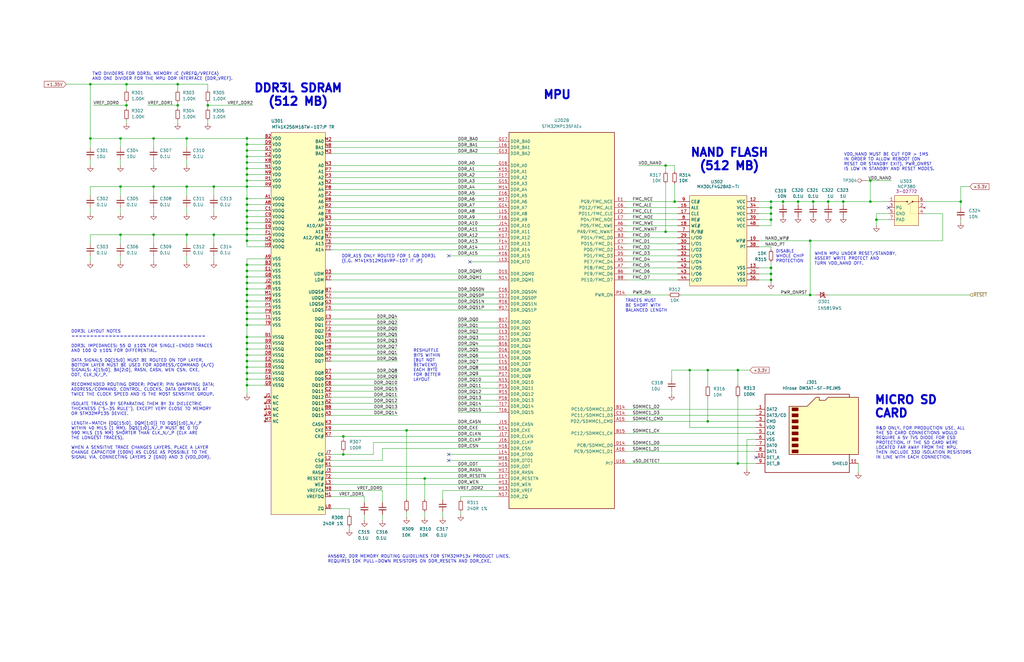
<source format=kicad_sch>
(kicad_sch (version 20231120) (generator "eeschema") (generator_version "8.0")
  (paper "B")
  (title_block (title "${TITLE}") (date "${ISSUE_DATE}") (rev "${REVISION}") (company "${COMPANY}"))
  (lib_symbols
    (symbol "Connector:Micro_SD_Card_Det2"
      (property "Reference" "J" (at -16.51 17.78 0))
      (property "Value" "Micro_SD_Card_Det2" (at 16.51 17.78 0))
      (symbol "Micro_SD_Card_Det2_1_1"
        (pin bidirectional line (at -22.86 10.16 0) (length 3.81) (name "DAT2") (number "1"))
        (pin passive line (at -22.86 -10.16 0) (length 3.81) (name "DET_A") (number "10"))
        (pin passive line (at 20.32 -12.7 180) (length 3.81) (name "SHIELD") (number "11"))
        (pin bidirectional line (at -22.86 7.62 0) (length 3.81) (name "DAT3/CD") (number "2"))
        (pin input line (at -22.86 5.08 0) (length 3.81) (name "CMD") (number "3"))
        (pin power_in line (at -22.86 2.54 0) (length 3.81) (name "VDD") (number "4"))
        (pin input line (at -22.86 0 0) (length 3.81) (name "CLK") (number "5"))
        (pin power_in line (at -22.86 -2.54 0) (length 3.81) (name "VSS") (number "6"))
        (pin bidirectional line (at -22.86 -5.08 0) (length 3.81) (name "DAT0") (number "7"))
        (pin bidirectional line (at -22.86 -7.62 0) (length 3.81) (name "DAT1") (number "8"))
        (pin passive line (at -22.86 -12.7 0) (length 3.81) (name "DET_B") (number "9"))
      )
    )
    (symbol "Connector:TestPoint" (pin_numbers hide) (pin_names (offset 0.762) hide)
      (property "Reference" "TP" (at 0 6.858 0))
      (property "Value" "TestPoint" (at 0 5.08 0))
      (symbol "TestPoint_1_1"
        (pin passive line (at 0 0 90) (length 2.54) (name "1") (number "1"))
      )
    )
    (symbol "Device:C_Small" (pin_numbers hide) (pin_names (offset 0.254) hide)
      (property "Reference" "C" (at 0.254 1.778 0))
      (property "Value" "C_Small" (at 0.254 -2.032 0))
      (symbol "C_Small_1_1"
        (pin passive line (at 0 2.54 270) (length 2.032) (name "~") (number "1"))
        (pin passive line (at 0 -2.54 90) (length 2.032) (name "~") (number "2"))
      )
    )
    (symbol "Device:D_Schottky_Small" (pin_numbers hide) (pin_names (offset 0.254) hide)
      (property "Reference" "D" (at -1.27 2.032 0))
      (property "Value" "D_Schottky_Small" (at -7.112 -2.032 0))
      (symbol "D_Schottky_Small_1_1"
        (pin passive line (at -2.54 0 0) (length 1.778) (name "K") (number "1"))
        (pin passive line (at 2.54 0 180) (length 1.778) (name "A") (number "2"))
      )
    )
    (symbol "Device:R_Small" (pin_numbers hide) (pin_names (offset 0.254) hide)
      (property "Reference" "R" (at 0.762 0.508 0))
      (property "Value" "R_Small" (at 0.762 -1.016 0))
      (symbol "R_Small_1_1"
        (pin passive line (at 0 2.54 270) (length 0.762) (name "~") (number "1"))
        (pin passive line (at 0 -2.54 90) (length 0.762) (name "~") (number "2"))
      )
    )
    (symbol "SRS_MPU:STM32MP135FAEx"
      (property "Reference" "U" (at -13.462 -84.582 0))
      (property "Value" "STM32MP135FAEx" (at -6.096 -85.09 0))
      (symbol "STM32MP135FAEx_1_1"
        (pin power_in line (at -15.24 -120.65 90) (length 5.08) (name "VSS") (number "A1"))
        (pin passive line (at -15.24 -120.65 90) (length 5.08) hide (name "VSS") (number "A17"))
        (pin power_in line (at 31.75 2.54 180) (length 5.08) (name "VDDSD1") (number "C12"))
        (pin passive line (at -15.24 -120.65 90) (length 5.08) hide (name "VSS") (number "C8"))
        (pin power_in line (at 31.75 0 180) (length 5.08) (name "VDDSD2") (number "D11"))
        (pin passive line (at -15.24 -120.65 90) (length 5.08) hide (name "VSS") (number "D12"))
        (pin passive line (at -15.24 -120.65 90) (length 5.08) hide (name "VSS") (number "D3"))
        (pin power_in line (at 31.75 27.94 180) (length 5.08) (name "VDDQ_DDR") (number "E12"))
        (pin passive line (at -15.24 -120.65 90) (length 5.08) hide (name "VSS") (number "E5"))
        (pin power_in line (at -38.1 35.56 0) (length 5.08) (name "VDD") (number "F10"))
        (pin power_in line (at -38.1 33.02 0) (length 5.08) (name "VDD") (number "F11"))
        (pin power_in line (at 31.75 25.4 180) (length 5.08) (name "VDDQ_DDR") (number "F12"))
        (pin passive line (at -15.24 -120.65 90) (length 5.08) hide (name "VSS") (number "F13"))
        (pin passive line (at -15.24 -120.65 90) (length 5.08) hide (name "VSS") (number "F15"))
        (pin power_in line (at 31.75 43.18 180) (length 5.08) (name "VDDCPU") (number "F6"))
        (pin power_in line (at -38.1 38.1 0) (length 5.08) (name "VDD") (number "F7"))
        (pin power_in line (at 31.75 40.64 180) (length 5.08) (name "VDDCPU") (number "F8"))
        (pin power_in line (at 31.75 38.1 180) (length 5.08) (name "VDDCPU") (number "F9"))
        (pin passive line (at -15.24 -120.65 90) (length 5.08) hide (name "VSS") (number "G10"))
        (pin passive line (at -15.24 -120.65 90) (length 5.08) hide (name "VSS") (number "G11"))
        (pin power_in line (at 31.75 22.86 180) (length 5.08) (name "VDDQ_DDR") (number "G12"))
        (pin power_in line (at -38.1 30.48 0) (length 5.08) (name "VDD") (number "G6"))
        (pin passive line (at -15.24 -120.65 90) (length 5.08) hide (name "VSS") (number "G7"))
        (pin passive line (at -15.24 -120.65 90) (length 5.08) hide (name "VSS") (number "G8"))
        (pin passive line (at -15.24 -120.65 90) (length 5.08) hide (name "VSS") (number "G9"))
        (pin power_in line (at -38.1 -17.78 0) (length 5.08) (name "VDDCORE") (number "H10"))
        (pin passive line (at -15.24 -120.65 90) (length 5.08) hide (name "VSS") (number "H11"))
        (pin power_in line (at 31.75 20.32 180) (length 5.08) (name "VDDQ_DDR") (number "H12"))
        (pin passive line (at -15.24 -120.65 90) (length 5.08) hide (name "VSS") (number "H14"))
        (pin power_in line (at 31.75 35.56 180) (length 5.08) (name "VDDCPU") (number "H6"))
        (pin passive line (at -15.24 -120.65 90) (length 5.08) hide (name "VSS") (number "H7"))
        (pin power_in line (at -38.1 -12.7 0) (length 5.08) (name "VDDCORE") (number "H8"))
        (pin power_in line (at -38.1 -15.24 0) (length 5.08) (name "VDDCORE") (number "H9"))
        (pin power_in line (at -38.1 -22.86 0) (length 5.08) (name "VDDCORE") (number "J10"))
        (pin passive line (at -15.24 -120.65 90) (length 5.08) hide (name "VSS") (number "J11"))
        (pin power_in line (at 31.75 17.78 180) (length 5.08) (name "VDDQ_DDR") (number "J12"))
        (pin power_in line (at -38.1 -25.4 0) (length 5.08) (name "VDDCORE") (number "J13"))
        (pin power_in line (at -38.1 40.64 0) (length 5.08) (name "VBAT") (number "J2"))
        (pin power_in line (at -7.62 -120.65 90) (length 5.08) (name "VSS_PLL") (number "J4"))
        (pin power_in line (at 31.75 -5.08 180) (length 5.08) (name "VDD_PLL") (number "J5"))
        (pin power_in line (at 31.75 33.02 180) (length 5.08) (name "VDDCPU") (number "J6"))
        (pin passive line (at -15.24 -120.65 90) (length 5.08) hide (name "VSS") (number "J7"))
        (pin power_in line (at -38.1 -20.32 0) (length 5.08) (name "VDDCORE") (number "J8"))
        (pin passive line (at -15.24 -120.65 90) (length 5.08) hide (name "VSS") (number "J9"))
        (pin power_in line (at -38.1 -33.02 0) (length 5.08) (name "VDDCORE") (number "K10"))
        (pin passive line (at -15.24 -120.65 90) (length 5.08) hide (name "VSS") (number "K11"))
        (pin power_in line (at 31.75 15.24 180) (length 5.08) (name "VDDQ_DDR") (number "K12"))
        (pin passive line (at -15.24 -120.65 90) (length 5.08) hide (name "VSS") (number "K3"))
        (pin power_in line (at -38.1 27.94 0) (length 5.08) (name "VDD") (number "K6"))
        (pin passive line (at -15.24 -120.65 90) (length 5.08) hide (name "VSS") (number "K7"))
        (pin power_in line (at -38.1 -27.94 0) (length 5.08) (name "VDDCORE") (number "K8"))
        (pin power_in line (at -38.1 -30.48 0) (length 5.08) (name "VDDCORE") (number "K9"))
        (pin passive line (at -15.24 -120.65 90) (length 5.08) hide (name "VSS") (number "L10"))
        (pin passive line (at -15.24 -120.65 90) (length 5.08) hide (name "VSS") (number "L11"))
        (pin power_in line (at 31.75 12.7 180) (length 5.08) (name "VDDQ_DDR") (number "L12"))
        (pin power_in line (at -38.1 25.4 0) (length 5.08) (name "VDD") (number "L6"))
        (pin passive line (at -15.24 -120.65 90) (length 5.08) hide (name "VSS") (number "L7"))
        (pin passive line (at -15.24 -120.65 90) (length 5.08) hide (name "VSS") (number "L8"))
        (pin passive line (at -15.24 -120.65 90) (length 5.08) hide (name "VSS") (number "L9"))
        (pin power_in line (at -38.1 12.7 0) (length 5.08) (name "VDD") (number "M10"))
        (pin power_in line (at -38.1 10.16 0) (length 5.08) (name "VDD") (number "M11"))
        (pin power_in line (at 31.75 10.16 180) (length 5.08) (name "VDDQ_DDR") (number "M12"))
        (pin passive line (at -15.24 -120.65 90) (length 5.08) hide (name "VSS") (number "M15"))
        (pin power_in line (at 31.75 -2.54 180) (length 5.08) (name "VDD_ANA") (number "M4"))
        (pin power_in line (at -10.16 -120.65 90) (length 5.08) (name "VSS_ANA") (number "M5"))
        (pin power_in line (at -38.1 22.86 0) (length 5.08) (name "VDD") (number "M6"))
        (pin power_in line (at -38.1 20.32 0) (length 5.08) (name "VDD") (number "M7"))
        (pin power_in line (at -38.1 17.78 0) (length 5.08) (name "VDD") (number "M8"))
        (pin power_in line (at -38.1 15.24 0) (length 5.08) (name "VDD") (number "M9"))
        (pin power_in line (at -2.54 -120.65 90) (length 5.08) (name "VSS_USBHS") (number "N10"))
        (pin power_in line (at 31.75 -34.29 180) (length 5.08) (name "VDDA1V1_REG") (number "N11"))
        (pin power_in line (at 31.75 7.62 180) (length 5.08) (name "VDDQ_DDR") (number "N12"))
        (pin output line (at 31.75 -30.48 180) (length 5.08) (name "PWR_LP") (number "N13"))
        (pin passive line (at -15.24 -120.65 90) (length 5.08) hide (name "VSS") (number "N4"))
        (pin power_in line (at -12.7 -120.65 90) (length 5.08) (name "VSSA") (number "N7"))
        (pin bidirectional line (at -38.1 -58.42 0) (length 5.08) (name "PH0/OSC_IN") (number "P1"))
        (pin power_in line (at -38.1 0 0) (length 5.08) (name "VDD3V3_USBHS") (number "P10"))
        (pin passive line (at -15.24 -120.65 90) (length 5.08) hide (name "VSS") (number "P11"))
        (pin bidirectional line (at 31.75 -73.66 180) (length 5.08) (name "PI5/BOOT1") (number "P12"))
        (pin power_in line (at -5.08 -120.65 90) (length 5.08) (name "VSS_PLL2") (number "P13"))
        (pin bidirectional line (at -38.1 -71.12 0) (length 5.08) (name "PH1/OSC_OUT") (number "P2"))
        (pin input line (at 31.75 -20.32 180) (length 5.08) (name "VREF-") (number "P6"))
        (pin power_in line (at -38.1 5.08 0) (length 5.08) (name "VDDA") (number "P7"))
        (pin power_in line (at 31.75 -36.83 180) (length 5.08) (name "VDDA1V8_REG") (number "R11"))
        (pin bidirectional line (at 31.75 -71.12 180) (length 5.08) (name "PI6/BOOT2") (number "R12"))
        (pin power_in line (at 31.75 -7.62 180) (length 5.08) (name "VDD_PLL2") (number "R13"))
        (pin output line (at 31.75 -27.94 180) (length 5.08) (name "PWR_CPU_ON") (number "R3"))
        (pin passive line (at -15.24 -120.65 90) (length 5.08) hide (name "VSS") (number "R5"))
        (pin input line (at 31.75 -17.78 180) (length 5.08) (name "VREF+") (number "R6"))
        (pin passive line (at -15.24 -120.65 90) (length 5.08) hide (name "VSS") (number "R8"))
        (pin power_in line (at -38.1 7.62 0) (length 5.08) (name "VDD") (number "R9"))
        (pin bidirectional line (at -38.1 43.18 0) (length 5.08) (name "PDR_ON") (number "T10"))
        (pin bidirectional line (at 31.75 -22.86 180) (length 5.08) (name "BYPASS_REG1V8") (number "T14"))
        (pin passive line (at -15.24 -120.65 90) (length 5.08) hide (name "VSS") (number "U1"))
        (pin input line (at -38.1 -104.14 0) (length 5.08) (name "NRST") (number "U10"))
        (pin bidirectional line (at 31.75 -76.2 180) (length 5.08) (name "PI4/BOOT0") (number "U14"))
        (pin passive line (at -15.24 -120.65 90) (length 5.08) hide (name "VSS") (number "U17"))
        (pin bidirectional line (at -38.1 -53.34 0) (length 5.08) (name "PA0/TIM2_CH1") (number "U3"))
      )
      (symbol "STM32MP135FAEx_2_1"
        (pin bidirectional line (at 12.7 -19.05 180) (length 5.08) (name "PD2/SDMMC1_CMD") (number "A15"))
        (pin bidirectional line (at 12.7 -31.75 180) (length 5.08) (name "PC9/SDMMC1_D1") (number "A16"))
        (pin bidirectional line (at 12.7 60.96 180) (length 5.08) (name "PA9/FMC_NWAIT") (number "A2"))
        (pin bidirectional line (at 12.7 48.26 180) (length 5.08) (name "PE7/FMC_D4") (number "A5"))
        (pin bidirectional line (at 12.7 63.5 180) (length 5.08) (name "PD5/FMC_NWE") (number "A6"))
        (pin bidirectional line (at 12.7 45.72 180) (length 5.08) (name "PE8/FMC_D5") (number "A7"))
        (pin bidirectional line (at 12.7 -13.97 180) (length 5.08) (name "PC10/SDMMC1_D2") (number "B14"))
        (pin bidirectional line (at 12.7 -24.13 180) (length 5.08) (name "PC12/SDMMC1_CK") (number "B15"))
        (pin bidirectional line (at -41.91 12.7 0) (length 5.08) (name "DDR_DQ4") (number "B16"))
        (pin bidirectional line (at -41.91 22.86 0) (length 5.08) (name "DDR_DQ0") (number "B17"))
        (pin bidirectional line (at 12.7 58.42 180) (length 5.08) (name "PD14/FMC_D0") (number "B3"))
        (pin bidirectional line (at 12.7 43.18 180) (length 5.08) (name "PE9/FMC_D6") (number "B6"))
        (pin bidirectional line (at 12.7 40.64 180) (length 5.08) (name "PE10/FMC_D7") (number "B8"))
        (pin bidirectional line (at 12.7 -16.51 180) (length 5.08) (name "PC11/SDMMC1_D3") (number "C14"))
        (pin bidirectional line (at -41.91 20.32 0) (length 5.08) (name "DDR_DQ1") (number "C15"))
        (pin bidirectional line (at -41.91 35.56 0) (length 5.08) (name "DDR_DQS0N") (number "C16"))
        (pin bidirectional line (at -41.91 33.02 0) (length 5.08) (name "DDR_DQS0P") (number "C17"))
        (pin bidirectional line (at 12.7 71.12 180) (length 5.08) (name "PD12/FMC_ALE") (number "C6"))
        (pin bidirectional line (at 12.7 55.88 180) (length 5.08) (name "PD15/FMC_D1") (number "C7"))
        (pin bidirectional line (at 12.7 -29.21 180) (length 5.08) (name "PC8/SDMMC_D0") (number "D14"))
        (pin bidirectional line (at -41.91 43.18 0) (length 5.08) (name "DDR_DQM0") (number "D15"))
        (pin bidirectional line (at -41.91 10.16 0) (length 5.08) (name "DDR_DQ5") (number "D16"))
        (pin bidirectional line (at -41.91 15.24 0) (length 5.08) (name "DDR_DQ3") (number "D17"))
        (pin bidirectional line (at 12.7 50.8 180) (length 5.08) (name "PD1/FMC_D3") (number "D5"))
        (pin bidirectional line (at 12.7 73.66 180) (length 5.08) (name "PG9/FMC_NCE") (number "E1"))
        (pin bidirectional line (at -41.91 17.78 0) (length 5.08) (name "DDR_DQ2") (number "E13"))
        (pin bidirectional line (at -41.91 7.62 0) (length 5.08) (name "DDR_DQ6") (number "E14"))
        (pin bidirectional line (at -41.91 5.08 0) (length 5.08) (name "DDR_DQ7") (number "E15"))
        (pin bidirectional line (at -41.91 76.2 0) (length 5.08) (name "DDR_A5") (number "E16"))
        (pin bidirectional line (at -41.91 -43.18 0) (length 5.08) (name "DDR_RESETN") (number "E17"))
        (pin bidirectional line (at 12.7 68.58 180) (length 5.08) (name "PD11/FMC_CLE") (number "E2"))
        (pin bidirectional line (at 12.7 53.34 180) (length 5.08) (name "PD0/FMC_D2") (number "E4"))
        (pin bidirectional line (at 12.7 66.04 180) (length 5.08) (name "PD4/FMC_NOE") (number "E7"))
        (pin bidirectional line (at -41.91 55.88 0) (length 5.08) (name "DDR_A13") (number "F14"))
        (pin bidirectional line (at -41.91 66.04 0) (length 5.08) (name "DDR_A9") (number "F16"))
        (pin bidirectional line (at -41.91 83.82 0) (length 5.08) (name "DDR_A2") (number "F17"))
        (pin bidirectional line (at -41.91 93.98 0) (length 5.08) (name "DDR_BA2") (number "G13"))
        (pin bidirectional line (at -41.91 71.12 0) (length 5.08) (name "DDR_A7") (number "G14"))
        (pin bidirectional line (at -41.91 81.28 0) (length 5.08) (name "DDR_A3") (number "G15"))
        (pin bidirectional line (at -41.91 88.9 0) (length 5.08) (name "DDR_A0") (number "G16"))
        (pin bidirectional line (at -41.91 99.06 0) (length 5.08) (name "DDR_BA0") (number "G17"))
        (pin bidirectional line (at -41.91 -45.72 0) (length 5.08) (name "DDR_WEN") (number "H13"))
        (pin bidirectional line (at -41.91 -38.1 0) (length 5.08) (name "DDR_ODT") (number "H15"))
        (pin bidirectional line (at -41.91 -30.48 0) (length 5.08) (name "DDR_CSN") (number "H16"))
        (pin bidirectional line (at -41.91 -40.64 0) (length 5.08) (name "DDR_RASN") (number "H17"))
        (pin bidirectional line (at -41.91 63.5 0) (length 5.08) (name "DDR_A10") (number "J14"))
        (pin bidirectional line (at -41.91 -20.32 0) (length 5.08) (name "DDR_CASN") (number "J15"))
        (pin bidirectional line (at -41.91 -27.94 0) (length 5.08) (name "DDR_CLKP") (number "J16"))
        (pin bidirectional line (at -41.91 -25.4 0) (length 5.08) (name "DDR_CLKN") (number "J17"))
        (pin bidirectional line (at -41.91 60.96 0) (length 5.08) (name "DDR_A11") (number "K13"))
        (pin bidirectional line (at -41.91 -22.86 0) (length 5.08) (name "DDR_CKE") (number "K14"))
        (pin bidirectional line (at -41.91 86.36 0) (length 5.08) (name "DDR_A1") (number "K15"))
        (pin bidirectional line (at -41.91 50.8 0) (length 5.08) (name "DDR_A15") (number "K16"))
        (pin bidirectional line (at -41.91 58.42 0) (length 5.08) (name "DDR_A12") (number "K17"))
        (pin bidirectional line (at -41.91 48.26 0) (length 5.08) (name "DDR_ATO") (number "L13"))
        (pin bidirectional line (at -41.91 -33.02 0) (length 5.08) (name "DDR_DTO0") (number "L14"))
        (pin bidirectional line (at -41.91 68.58 0) (length 5.08) (name "DDR_A8") (number "L15"))
        (pin bidirectional line (at -41.91 96.52 0) (length 5.08) (name "DDR_BA1") (number "L16"))
        (pin bidirectional line (at -41.91 53.34 0) (length 5.08) (name "DDR_A14") (number "L17"))
        (pin bidirectional line (at -41.91 -48.26 0) (length 5.08) (name "DDR_VREF") (number "M13"))
        (pin bidirectional line (at -41.91 78.74 0) (length 5.08) (name "DDR_A4") (number "M14"))
        (pin bidirectional line (at -41.91 -35.56 0) (length 5.08) (name "DDR_DTO1") (number "M16"))
        (pin bidirectional line (at -41.91 73.66 0) (length 5.08) (name "DDR_A6") (number "M17"))
        (pin bidirectional line (at -41.91 40.64 0) (length 5.08) (name "DDR_DQM1") (number "N14"))
        (pin bidirectional line (at -41.91 -2.54 0) (length 5.08) (name "DDR_DQ10") (number "N15"))
        (pin bidirectional line (at -41.91 2.54 0) (length 5.08) (name "DDR_DQ8") (number "N16"))
        (pin bidirectional line (at -41.91 -50.8 0) (length 5.08) (name "DDR_ZQ") (number "N17"))
        (pin output line (at 12.7 34.29 180) (length 5.08) (name "PWR_ON") (number "P14"))
        (pin bidirectional line (at -41.91 -5.08 0) (length 5.08) (name "DDR_DQ11") (number "P15"))
        (pin bidirectional line (at -41.91 -10.16 0) (length 5.08) (name "DDR_DQ13") (number "P16"))
        (pin bidirectional line (at -41.91 0 0) (length 5.08) (name "DDR_DQ9") (number "P17"))
        (pin bidirectional line (at -41.91 -7.62 0) (length 5.08) (name "DDR_DQ12") (number "R15"))
        (pin bidirectional line (at -41.91 30.48 0) (length 5.08) (name "DDR_DQS1N") (number "R16"))
        (pin bidirectional line (at -41.91 27.94 0) (length 5.08) (name "DDR_DQS1P") (number "R17"))
        (pin bidirectional line (at -41.91 -15.24 0) (length 5.08) (name "DDR_DQ15") (number "T16"))
        (pin bidirectional line (at -41.91 -12.7 0) (length 5.08) (name "DDR_DQ14") (number "T17"))
        (pin bidirectional line (at 12.7 -36.83 180) (length 5.08) (name "PI7") (number "U16"))
      )
      (symbol "STM32MP135FAEx_3_1"
        (pin bidirectional line (at -58.42 -35.56 0) (length 5.08) (name "PH13/I2C5_SCL") (number "A10"))
        (pin bidirectional line (at -58.42 15.24 0) (length 5.08) (name "PG6/LCD_DE") (number "A14"))
        (pin bidirectional line (at -58.42 -43.18 0) (length 5.08) (name "PB7") (number "A4"))
        (pin bidirectional line (at -58.42 35.56 0) (length 5.08) (name "PH9/LCD_B5") (number "A9"))
        (pin bidirectional line (at -58.42 -38.1 0) (length 5.08) (name "PF3/I2C5_SDA") (number "B10"))
        (pin bidirectional line (at -58.42 83.82 0) (length 5.08) (name "PB15/TIM1_CH3N") (number "B12"))
        (pin bidirectional line (at -58.42 76.2 0) (length 5.08) (name "PF5/LCD_R5") (number "B2"))
        (pin bidirectional line (at -58.42 17.78 0) (length 5.08) (name "PE12/LCD_VSYNC") (number "B4"))
        (pin bidirectional line (at -58.42 20.32 0) (length 5.08) (name "PE1/LCD_HSYNC") (number "B5"))
        (pin bidirectional line (at -58.42 30.48 0) (length 5.08) (name "PB6/LCD_B7") (number "C1"))
        (pin bidirectional line (at -58.42 73.66 0) (length 5.08) (name "PF0/LCD_R6") (number "C13"))
        (pin bidirectional line (at -58.42 -45.72 0) (length 5.08) (name "PH12") (number "C2"))
        (pin bidirectional line (at -58.42 -69.85 0) (length 5.08) (name "PD8/UART4_RX(boot)") (number "C5"))
        (pin bidirectional line (at -58.42 22.86 0) (length 5.08) (name "PG7") (number "C9"))
        (pin bidirectional line (at -58.42 78.74 0) (length 5.08) (name "PE3/LCD_R4") (number "D13"))
        (pin bidirectional line (at -58.42 -72.39 0) (length 5.08) (name "PD6/UART4_TX(boot)") (number "D2"))
        (pin bidirectional line (at -58.42 55.88 0) (length 5.08) (name "PG0/LCD_G5") (number "D7"))
        (pin bidirectional line (at -58.42 81.28 0) (length 5.08) (name "PB12/LCD_R3") (number "D9"))
        (pin bidirectional line (at -58.42 53.34 0) (length 5.08) (name "PA12/LCD_G6") (number "E3"))
        (pin bidirectional line (at -58.42 50.8 0) (length 5.08) (name "PA15/LCD_G7") (number "E6"))
        (pin bidirectional line (at -58.42 25.4 0) (length 5.08) (name "PD9/LCD_CLK") (number "E8"))
        (pin bidirectional line (at -58.42 58.42 0) (length 5.08) (name "PG5/LCD_G4") (number "F2"))
        (pin bidirectional line (at -58.42 71.12 0) (length 5.08) (name "PF6/LCD_R7") (number "G2"))
        (pin bidirectional line (at -58.42 40.64 0) (length 5.08) (name "PG15/LCD_B3") (number "G4"))
        (pin bidirectional line (at -58.42 38.1 0) (length 5.08) (name "PB2/LCD_B4") (number "H4"))
        (pin bidirectional line (at -58.42 33.02 0) (length 5.08) (name "PF4/LCD_B6") (number "L2"))
        (pin bidirectional line (at 12.7 64.77 180) (length 5.08) (name "PG3/ETH1_MDIO") (number "L5"))
        (pin bidirectional line (at -58.42 63.5 0) (length 5.08) (name "PF7/LCD_G2") (number "M1"))
        (pin bidirectional line (at 12.7 57.15 180) (length 5.08) (name "PG11") (number "M3"))
        (pin bidirectional line (at -58.42 60.96 0) (length 5.08) (name "PE6/LCD_G3") (number "N1"))
        (pin bidirectional line (at 12.7 77.47 180) (length 5.08) (name "PB11/ETH1_TX_EN") (number "N5"))
        (pin bidirectional line (at 12.7 -63.5 180) (length 5.08) (name "NJTRST") (number "N9"))
        (pin bidirectional line (at 12.7 -50.8 180) (length 5.08) (name "PA13") (number "P3"))
        (pin bidirectional line (at 12.7 -53.34 180) (length 5.08) (name "PF14/JTCK") (number "P4"))
        (pin bidirectional line (at 12.7 16.51 180) (length 5.08) (name "PA2/ADC1_INP1") (number "P5"))
        (pin bidirectional line (at 12.7 82.55 180) (length 5.08) (name "PG13/ETH1_TXD0") (number "P8"))
        (pin bidirectional line (at 12.7 80.01 180) (length 5.08) (name "PG14/ETH1_TXD1") (number "P9"))
        (pin bidirectional line (at 12.7 62.23 180) (length 5.08) (name "PG2/ETH1_MDC") (number "R1"))
        (pin bidirectional line (at 12.7 -55.88 180) (length 5.08) (name "PF15/JTMS") (number "R10"))
        (pin bidirectional line (at 12.7 -60.96 180) (length 5.08) (name "PH5/JTDO") (number "R14"))
        (pin bidirectional line (at 12.7 72.39 180) (length 5.08) (name "PC5/ETH1_RXD1") (number "R7"))
        (pin bidirectional line (at 12.7 54.61 180) (length 5.08) (name "PG12/ETH1_PHY_INTN") (number "T1"))
        (pin bidirectional line (at 12.7 -6.35 180) (length 5.08) (name "USBH_HS_DP2(boot)/OTG_HS_DP") (number "T11"))
        (pin bidirectional line (at 12.7 11.43 180) (length 5.08) (name "USB_DP1") (number "T13"))
        (pin bidirectional line (at 12.7 -58.42 180) (length 5.08) (name "PH4/JTDI") (number "T15"))
        (pin bidirectional line (at 12.7 49.53 180) (length 5.08) (name "PA11/ETH1_CLK") (number "T2"))
        (pin bidirectional line (at 12.7 -8.89 180) (length 5.08) (name "USBH_HS_DM2(boot)/OTG_HS_DM") (number "U11"))
        (pin bidirectional line (at 12.7 13.97 180) (length 5.08) (name "USB_RREF") (number "U12"))
        (pin bidirectional line (at 12.7 8.89 180) (length 5.08) (name "USB_DM1") (number "U13"))
        (pin bidirectional line (at 12.7 67.31 180) (length 5.08) (name "PA7/ETH1_CRS_DV") (number "U2"))
        (pin bidirectional line (at 12.7 74.93 180) (length 5.08) (name "PC4/ETH1_RXD0") (number "U6"))
      )
      (symbol "STM32MP135FAEx_4_1"
        (pin bidirectional line (at -38.1 -48.26 0) (length 5.08) (name "PC7/USART6_RX") (number "A11"))
        (pin bidirectional line (at -38.1 -43.18 0) (length 5.08) (name "PB9/UART5_TX") (number "A12"))
        (pin bidirectional line (at -38.1 -20.32 0) (length 5.08) (name "PB14/USART1_TX") (number "A13"))
        (pin bidirectional line (at -38.1 0 0) (length 5.08) (name "PD10/SPI4_NSS") (number "A3"))
        (pin bidirectional line (at -38.1 -35.56 0) (length 5.08) (name "PG4/USART3_RX") (number "A8"))
        (pin bidirectional line (at 33.02 44.45 180) (length 5.08) (name "PD3/I2C1_SDA") (number "B1"))
        (pin bidirectional line (at -38.1 -50.8 0) (length 5.08) (name "PC6/USART6_TX") (number "B11"))
        (pin bidirectional line (at -38.1 2.54 0) (length 5.08) (name "PB4/SPI4_SCK") (number "B13"))
        (pin bidirectional line (at 33.02 29.21 180) (length 5.08) (name "PH14/I2C3_SDA") (number "B7"))
        (pin bidirectional line (at 33.02 36.83 180) (length 5.08) (name "PF1/I2C2_SDA") (number "B9"))
        (pin bidirectional line (at -38.1 -40.64 0) (length 5.08) (name "PB5/UART5_RX") (number "C10"))
        (pin bidirectional line (at -38.1 -55.88 0) (length 5.08) (name "PB3/UART7_RX") (number "C11"))
        (pin bidirectional line (at -38.1 48.26 0) (length 5.08) (name "PE14/QUADSPI_BK1_NCS") (number "C3"))
        (pin bidirectional line (at -38.1 7.62 0) (length 5.08) (name "PE13/SPI4_MISO") (number "C4"))
        (pin bidirectional line (at 33.02 46.99 180) (length 5.08) (name "PB8/I2C1_SCL") (number "D1"))
        (pin bidirectional line (at -38.1 -33.02 0) (length 5.08) (name "PB10/USART3_TX") (number "D10"))
        (pin bidirectional line (at -38.1 5.08 0) (length 5.08) (name "PE11/SPI4_MOSI") (number "D4"))
        (pin bidirectional line (at -38.1 -63.5 0) (length 5.08) (name "PE0/UART8_RX") (number "D6"))
        (pin bidirectional line (at 33.02 24.13 180) (length 5.08) (name "PE15/I2C4_SCL") (number "D8"))
        (pin bidirectional line (at -38.1 12.7 0) (length 5.08) (name "PB13/SPI2_NSS") (number "E10"))
        (pin bidirectional line (at -38.1 17.78 0) (length 5.08) (name "PH10/SPI2_MOSI") (number "E11"))
        (pin bidirectional line (at 33.02 39.37 180) (length 5.08) (name "PF2/I2C2_SCL") (number "E9"))
        (pin bidirectional line (at -38.1 -10.16 0) (length 5.08) (name "PG10/SPI5_SCK") (number "F1"))
        (pin bidirectional line (at -38.1 -5.08 0) (length 5.08) (name "PG8/SPI5_MISO") (number "F3"))
        (pin bidirectional line (at -38.1 -58.42 0) (length 5.08) (name "PH2/UART7_TX") (number "F4"))
        (pin bidirectional line (at -38.1 -25.4 0) (length 5.08) (name "PH8/USART2_RX") (number "F5"))
        (pin bidirectional line (at -38.1 43.18 0) (length 5.08) (name "PF9/QUADSPI_BK1_IO1") (number "G1"))
        (pin bidirectional line (at -38.1 50.8 0) (length 5.08) (name "PF10/QUADSPI_CLK") (number "G3"))
        (pin bidirectional line (at -38.1 45.72 0) (length 5.08) (name "PF8/QUADSPI_BK1_IO0") (number "G5"))
        (pin bidirectional line (at -38.1 -12.7 0) (length 5.08) (name "PH11/SPI5_NSS") (number "H1"))
        (pin bidirectional line (at 33.02 -52.07 180) (length 5.08) (name "PI3") (number "H2"))
        (pin bidirectional line (at -38.1 38.1 0) (length 5.08) (name "PH7/QUADSPI_BK1_IO3") (number "H3"))
        (pin bidirectional line (at -38.1 -66.04 0) (length 5.08) (name "PE4/UART8_TX") (number "H5"))
        (pin bidirectional line (at -38.1 -17.78 0) (length 5.08) (name "PD13/USART1_RX") (number "J1"))
        (pin bidirectional line (at 33.02 -49.53 180) (length 5.08) (name "PI2") (number "J3"))
        (pin bidirectional line (at 33.02 -34.29 180) (length 5.08) (name "PC14") (number "K1"))
        (pin bidirectional line (at 33.02 -36.83 180) (length 5.08) (name "PC15") (number "K2"))
        (pin bidirectional line (at 33.02 -31.75 180) (length 5.08) (name "PC13") (number "K4"))
        (pin bidirectional line (at 33.02 -46.99 180) (length 5.08) (name "PI1") (number "K5"))
        (pin bidirectional line (at -38.1 -7.62 0) (length 5.08) (name "PE2/SPI5_MOSI") (number "L1"))
        (pin bidirectional line (at -38.1 15.24 0) (length 5.08) (name "PH6/SPI2_SCK") (number "L3"))
        (pin bidirectional line (at 33.02 -44.45 180) (length 5.08) (name "PI0") (number "L4"))
        (pin bidirectional line (at 33.02 21.59 180) (length 5.08) (name "PA8/I2C4_SDA") (number "M2"))
        (pin bidirectional line (at -38.1 20.32 0) (length 5.08) (name "PG1/SPI2_MISO") (number "N2"))
        (pin bidirectional line (at -38.1 40.64 0) (length 5.08) (name "PD7/QUADSPI_BK1_IO2") (number "N3"))
        (pin bidirectional line (at -38.1 -27.94 0) (length 5.08) (name "PF13/USART2_TX") (number "N6"))
        (pin bidirectional line (at -38.1 30.48 0) (length 5.08) (name "PA3/SPI1_MOSI") (number "N8"))
        (pin bidirectional line (at 33.02 31.75 180) (length 5.08) (name "PH3/I2C3_SCL") (number "R2"))
        (pin bidirectional line (at 33.02 -54.61 180) (length 5.08) (name "PA1") (number "R4"))
        (pin bidirectional line (at 33.02 -19.05 180) (length 5.08) (name "PA14") (number "T12"))
        (pin bidirectional line (at 33.02 -24.13 180) (length 5.08) (name "PC0") (number "T3"))
        (pin bidirectional line (at -38.1 25.4 0) (length 5.08) (name "PF12/SPI1_NSS") (number "T4"))
        (pin bidirectional line (at -38.1 33.02 0) (length 5.08) (name "PC3/SPI1_MISO") (number "T5"))
        (pin bidirectional line (at 33.02 -41.91 180) (length 5.08) (name "PF11") (number "T6"))
        (pin bidirectional line (at -38.1 27.94 0) (length 5.08) (name "PB1/SPI1_SCK") (number "T7"))
        (pin bidirectional line (at 33.02 -13.97 180) (length 5.08) (name "PA6") (number "T8"))
        (pin bidirectional line (at 33.02 -39.37 180) (length 5.08) (name "PE5") (number "T9"))
        (pin bidirectional line (at 33.02 -16.51 180) (length 5.08) (name "PA10") (number "U15"))
        (pin bidirectional line (at 33.02 -11.43 180) (length 5.08) (name "PA5") (number "U4"))
        (pin bidirectional line (at 33.02 -8.89 180) (length 5.08) (name "PA4") (number "U5"))
        (pin bidirectional line (at 33.02 -21.59 180) (length 5.08) (name "PB0") (number "U7"))
        (pin bidirectional line (at 33.02 -26.67 180) (length 5.08) (name "PC1") (number "U8"))
        (pin bidirectional line (at 33.02 -29.21 180) (length 5.08) (name "PC2") (number "U9"))
      )
    )
    (symbol "SRS_memory:MT41K256M16TW-107{colon}P_TR"
      (property "Reference" "U" (at 0.254 4.064 0))
      (property "Value" "MT41K256M16TW-107:P TR" (at 0.254 1.778 0))
      (symbol "MT41K256M16TW-107{colon}P_TR_1_1"
        (pin input line (at -2.54 -27.94 0) (length 2.54) (name "VDDQ") (number "A1"))
        (pin input line (at 25.4 -114.3 180) (length 2.54) (name "DQ13") (number "A2"))
        (pin input line (at 25.4 -119.38 180) (length 2.54) (name "DQ15") (number "A3"))
        (pin input line (at 25.4 -111.76 180) (length 2.54) (name "DQ12") (number "A7"))
        (pin input line (at -2.54 -30.48 0) (length 2.54) (name "VDDQ") (number "A8"))
        (pin input line (at -2.54 -53.34 0) (length 2.54) (name "VSS") (number "A9"))
        (pin input line (at -2.54 -86.36 0) (length 2.54) (name "VSSQ") (number "B1"))
        (pin input line (at -2.54 -2.54 0) (length 2.54) (name "VDD") (number "B2"))
        (pin input line (at -2.54 -55.88 0) (length 2.54) (name "VSS") (number "B3"))
        (pin input line (at 25.4 -67.31 180) (length 2.54) (name "UDQS#") (number "B7"))
        (pin input line (at 25.4 -116.84 180) (length 2.54) (name "DQ14") (number "B8"))
        (pin input line (at -2.54 -88.9 0) (length 2.54) (name "VSSQ") (number "B9"))
        (pin input line (at -2.54 -33.02 0) (length 2.54) (name "VDDQ") (number "C1"))
        (pin input line (at 25.4 -109.22 180) (length 2.54) (name "DQ11") (number "C2"))
        (pin input line (at 25.4 -104.14 180) (length 2.54) (name "DQ9") (number "C3"))
        (pin input line (at 25.4 -69.85 180) (length 2.54) (name "UDQS") (number "C7"))
        (pin input line (at 25.4 -106.68 180) (length 2.54) (name "DQ10") (number "C8"))
        (pin input line (at -2.54 -35.56 0) (length 2.54) (name "VDDQ") (number "C9"))
        (pin input line (at -2.54 -91.44 0) (length 2.54) (name "VSSQ") (number "D1"))
        (pin input line (at -2.54 -38.1 0) (length 2.54) (name "VDDQ") (number "D2"))
        (pin input line (at 25.4 -59.69 180) (length 2.54) (name "UDM") (number "D3"))
        (pin input line (at 25.4 -101.6 180) (length 2.54) (name "DQ8") (number "D7"))
        (pin input line (at -2.54 -93.98 0) (length 2.54) (name "VSSQ") (number "D8"))
        (pin input line (at -2.54 -5.08 0) (length 2.54) (name "VDD") (number "D9"))
        (pin input line (at -2.54 -58.42 0) (length 2.54) (name "VSS") (number "E1"))
        (pin input line (at -2.54 -96.52 0) (length 2.54) (name "VSSQ") (number "E2"))
        (pin input line (at 25.4 -78.74 180) (length 2.54) (name "DQ0") (number "E3"))
        (pin input line (at 25.4 -62.23 180) (length 2.54) (name "LDM") (number "E7"))
        (pin input line (at -2.54 -99.06 0) (length 2.54) (name "VSSQ") (number "E8"))
        (pin input line (at -2.54 -40.64 0) (length 2.54) (name "VDDQ") (number "E9"))
        (pin input line (at -2.54 -43.18 0) (length 2.54) (name "VDDQ") (number "F1"))
        (pin input line (at 25.4 -83.82 180) (length 2.54) (name "DQ2") (number "F2"))
        (pin input line (at 25.4 -74.93 180) (length 2.54) (name "LDQS") (number "F3"))
        (pin input line (at 25.4 -81.28 180) (length 2.54) (name "DQ1") (number "F7"))
        (pin input line (at 25.4 -86.36 180) (length 2.54) (name "DQ3") (number "F8"))
        (pin input line (at -2.54 -101.6 0) (length 2.54) (name "VSSQ") (number "F9"))
        (pin input line (at -2.54 -104.14 0) (length 2.54) (name "VSSQ") (number "G1"))
        (pin input line (at 25.4 -93.98 180) (length 2.54) (name "DQ6") (number "G2"))
        (pin input line (at 25.4 -72.39 180) (length 2.54) (name "LDQS#") (number "G3"))
        (pin input line (at -2.54 -7.62 0) (length 2.54) (name "VDD") (number "G7"))
        (pin input line (at -2.54 -60.96 0) (length 2.54) (name "VSS") (number "G8"))
        (pin input line (at -2.54 -106.68 0) (length 2.54) (name "VSSQ") (number "G9"))
        (pin input line (at 25.4 -153.67 180) (length 2.54) (name "VREFDQ") (number "H1"))
        (pin input line (at -2.54 -45.72 0) (length 2.54) (name "VDDQ") (number "H2"))
        (pin input line (at 25.4 -88.9 180) (length 2.54) (name "DQ4") (number "H3"))
        (pin input line (at 25.4 -96.52 180) (length 2.54) (name "DQ7") (number "H7"))
        (pin input line (at 25.4 -91.44 180) (length 2.54) (name "DQ5") (number "H8"))
        (pin input line (at -2.54 -48.26 0) (length 2.54) (name "VDDQ") (number "H9"))
        (pin no_connect line (at -2.54 -111.76 0) (length 2.54) (name "NC") (number "J1"))
        (pin input line (at -2.54 -63.5 0) (length 2.54) (name "VSS") (number "J2"))
        (pin input line (at 25.4 -143.51 180) (length 2.54) (name "RAS#") (number "J3"))
        (pin input line (at 25.4 -135.89 180) (length 2.54) (name "CK") (number "J7"))
        (pin input line (at -2.54 -66.04 0) (length 2.54) (name "VSS") (number "J8"))
        (pin no_connect line (at -2.54 -114.3 0) (length 2.54) (name "NC") (number "J9"))
        (pin input line (at 25.4 -140.97 180) (length 2.54) (name "ODT") (number "K1"))
        (pin input line (at -2.54 -10.16 0) (length 2.54) (name "VDD") (number "K2"))
        (pin input line (at 25.4 -123.19 180) (length 2.54) (name "CASN") (number "K3"))
        (pin input line (at 25.4 -128.27 180) (length 2.54) (name "CK#") (number "K7"))
        (pin input line (at -2.54 -12.7 0) (length 2.54) (name "VDD") (number "K8"))
        (pin input line (at 25.4 -125.73 180) (length 2.54) (name "CKE") (number "K9"))
        (pin no_connect line (at -2.54 -116.84 0) (length 2.54) (name "NC") (number "L1"))
        (pin input line (at 25.4 -138.43 180) (length 2.54) (name "CS#") (number "L2"))
        (pin input line (at 25.4 -148.59 180) (length 2.54) (name "WE#") (number "L3"))
        (pin input line (at 25.4 -39.37 180) (length 2.54) (name "A10/AP") (number "L7"))
        (pin input line (at 25.4 -158.75 180) (length 2.54) (name "ZQ") (number "L8"))
        (pin no_connect line (at -2.54 -119.38 0) (length 2.54) (name "NC") (number "L9"))
        (pin input line (at -2.54 -68.58 0) (length 2.54) (name "VSS") (number "M1"))
        (pin input line (at 25.4 -3.81 180) (length 2.54) (name "BA0") (number "M2"))
        (pin input line (at 25.4 -8.89 180) (length 2.54) (name "BA2") (number "M3"))
        (pin no_connect line (at -2.54 -121.92 0) (length 2.54) (name "NC") (number "M7"))
        (pin input line (at 25.4 -151.13 180) (length 2.54) (name "VREFCA") (number "M8"))
        (pin input line (at -2.54 -71.12 0) (length 2.54) (name "VSS") (number "M9"))
        (pin input line (at -2.54 -15.24 0) (length 2.54) (name "VDD") (number "N1"))
        (pin input line (at 25.4 -21.59 180) (length 2.54) (name "A3") (number "N2"))
        (pin input line (at 25.4 -13.97 180) (length 2.54) (name "A0") (number "N3"))
        (pin input line (at 25.4 -44.45 180) (length 2.54) (name "A12/BC#") (number "N7"))
        (pin input line (at 25.4 -6.35 180) (length 2.54) (name "BA1") (number "N8"))
        (pin input line (at -2.54 -17.78 0) (length 2.54) (name "VDD") (number "N9"))
        (pin input line (at -2.54 -73.66 0) (length 2.54) (name "VSS") (number "P1"))
        (pin input line (at 25.4 -26.67 180) (length 2.54) (name "A5") (number "P2"))
        (pin input line (at 25.4 -19.05 180) (length 2.54) (name "A2") (number "P3"))
        (pin input line (at 25.4 -16.51 180) (length 2.54) (name "A1") (number "P7"))
        (pin input line (at 25.4 -24.13 180) (length 2.54) (name "A4") (number "P8"))
        (pin input line (at -2.54 -76.2 0) (length 2.54) (name "VSS") (number "P9"))
        (pin input line (at -2.54 -20.32 0) (length 2.54) (name "VDD") (number "R1"))
        (pin input line (at 25.4 -31.75 180) (length 2.54) (name "A7") (number "R2"))
        (pin input line (at 25.4 -36.83 180) (length 2.54) (name "A9") (number "R3"))
        (pin input line (at 25.4 -41.91 180) (length 2.54) (name "A11") (number "R7"))
        (pin input line (at 25.4 -29.21 180) (length 2.54) (name "A6") (number "R8"))
        (pin input line (at -2.54 -22.86 0) (length 2.54) (name "VDD") (number "R9"))
        (pin input line (at -2.54 -78.74 0) (length 2.54) (name "VSS") (number "T1"))
        (pin input line (at 25.4 -146.05 180) (length 2.54) (name "RESET#") (number "T2"))
        (pin input line (at 25.4 -46.99 180) (length 2.54) (name "A13") (number "T3"))
        (pin input line (at 25.4 -49.53 180) (length 2.54) (name "A14") (number "T7"))
        (pin input line (at 25.4 -34.29 180) (length 2.54) (name "A8") (number "T8"))
        (pin input line (at -2.54 -81.28 0) (length 2.54) (name "VSS") (number "T9"))
      )
    )
    (symbol "SRS_memory:MX30LF4G28AD-TI"
      (property "Reference" "U" (at 20.828 6.604 0))
      (property "Value" "MX30LF4G28AD-TI" (at 21.336 3.81 0))
      (symbol "MX30LF4G28AD-TI_1_1"
        (pin no_connect line (at 22.225 -20.955 270) (length 5.08) hide (name "NC") (number "1"))
        (pin no_connect line (at 22.225 -20.955 270) (length 5.08) hide (name "NC") (number "10"))
        (pin no_connect line (at 22.225 -20.955 270) (length 5.08) hide (name "NC") (number "11"))
        (pin bidirectional line (at 38.1 -2.54 180) (length 5.08) (name "VCC") (number "12"))
        (pin bidirectional line (at 38.1 -30.48 180) (length 5.08) (name "VSS") (number "13"))
        (pin no_connect line (at 22.225 -20.955 270) (length 5.08) hide (name "NC") (number "14"))
        (pin no_connect line (at 22.225 -20.955 270) (length 5.08) hide (name "NC") (number "15"))
        (pin bidirectional line (at 3.81 -5.08 0) (length 5.08) (name "ALE") (number "16"))
        (pin bidirectional line (at 3.81 -7.62 0) (length 5.08) (name "CLE") (number "17"))
        (pin bidirectional line (at 3.81 -12.7 0) (length 5.08) (name "WE#") (number "18"))
        (pin bidirectional line (at 38.1 -19.05 180) (length 5.08) (name "WP#") (number "19"))
        (pin no_connect line (at 22.225 -20.955 270) (length 5.08) hide (name "NC") (number "2"))
        (pin no_connect line (at 22.225 -20.955 270) (length 5.08) hide (name "NC") (number "20"))
        (pin no_connect line (at 22.225 -20.955 270) (length 5.08) hide (name "NC") (number "21"))
        (pin no_connect line (at 22.225 -20.955 270) (length 5.08) hide (name "NC") (number "22"))
        (pin no_connect line (at 22.225 -20.955 270) (length 5.08) hide (name "NC") (number "23"))
        (pin no_connect line (at 22.225 -20.955 270) (length 5.08) hide (name "NC") (number "24"))
        (pin bidirectional line (at 38.1 -33.02 180) (length 5.08) (name "VSS") (number "25"))
        (pin no_connect line (at 22.225 -20.955 270) (length 5.08) hide (name "NC") (number "26"))
        (pin no_connect line (at 22.225 -20.955 270) (length 5.08) hide (name "NC") (number "27"))
        (pin no_connect line (at 22.225 -20.955 270) (length 5.08) hide (name "NC") (number "28"))
        (pin bidirectional line (at 3.81 -17.78 0) (length 5.08) (name "I/O0") (number "29"))
        (pin no_connect line (at 22.225 -20.955 270) (length 5.08) hide (name "NC") (number "3"))
        (pin bidirectional line (at 3.81 -20.32 0) (length 5.08) (name "I/O1") (number "30"))
        (pin bidirectional line (at 3.81 -22.86 0) (length 5.08) (name "I/O2") (number "31"))
        (pin bidirectional line (at 3.81 -25.4 0) (length 5.08) (name "I/O3") (number "32"))
        (pin no_connect line (at 22.225 -20.955 270) (length 5.08) hide (name "NC") (number "33"))
        (pin bidirectional line (at 38.1 -5.08 180) (length 5.08) (name "VCC") (number "34"))
        (pin no_connect line (at 22.225 -20.955 270) (length 5.08) hide (name "NC") (number "35"))
        (pin bidirectional line (at 38.1 -35.56 180) (length 5.08) (name "VSS") (number "36"))
        (pin bidirectional line (at 38.1 -7.62 180) (length 5.08) (name "VCC") (number "37"))
        (pin bidirectional line (at 38.1 -21.59 180) (length 5.08) (name "PT") (number "38"))
        (pin bidirectional line (at 38.1 -10.16 180) (length 5.08) (name "VCC") (number "39"))
        (pin no_connect line (at 22.225 -20.955 270) (length 5.08) hide (name "NC") (number "4"))
        (pin no_connect line (at 22.225 -20.955 270) (length 5.08) hide (name "NC") (number "40"))
        (pin bidirectional line (at 3.81 -27.94 0) (length 5.08) (name "I/O4") (number "41"))
        (pin bidirectional line (at 3.81 -30.48 0) (length 5.08) (name "I/O5") (number "42"))
        (pin bidirectional line (at 3.81 -33.02 0) (length 5.08) (name "I/O6") (number "43"))
        (pin bidirectional line (at 3.81 -35.56 0) (length 5.08) (name "I/O7") (number "44"))
        (pin no_connect line (at 22.225 -20.955 270) (length 5.08) hide (name "NC") (number "45"))
        (pin no_connect line (at 22.225 -20.955 270) (length 5.08) hide (name "NC") (number "46"))
        (pin no_connect line (at 22.225 -20.955 270) (length 5.08) hide (name "NC") (number "47"))
        (pin bidirectional line (at 38.1 -12.7 180) (length 5.08) (name "VCC") (number "48"))
        (pin no_connect line (at 22.225 -20.955 270) (length 5.08) hide (name "NC") (number "5"))
        (pin no_connect line (at 22.225 -20.955 270) (length 5.08) hide (name "NC") (number "6"))
        (pin bidirectional line (at 3.81 -15.24 0) (length 5.08) (name "R/B#") (number "7"))
        (pin bidirectional line (at 3.81 -10.16 0) (length 5.08) (name "RE#") (number "8"))
        (pin bidirectional line (at 3.81 -2.54 0) (length 5.08) (name "CE#") (number "9"))
      )
    )
    (symbol "SRS_switches:NCP380"
      (property "Reference" "U" (at 4.826 1.27 0))
      (property "Value" "NCP380HMU05AATBG" (at 5.08 -14.224 0))
      (property "SRS" "3-02772" (at 4.826 -16.51 0))
      (symbol "NCP380_1_1"
        (pin output line (at 12.7 -2.54 180) (length 2.54) (name "") (number "1"))
        (pin no_connect line (at -2.54 -5.08 0) (length 2.54) (name "") (number "2"))
        (pin input line (at 12.7 -5.08 180) (length 2.54) (name "PG") (number "3"))
        (pin input line (at -2.54 -7.62 0) (length 2.54) (name "") (number "4"))
        (pin input line (at 12.7 -7.62 180) (length 2.54) (name "GND") (number "5"))
        (pin input line (at -2.54 -2.54 0) (length 2.54) (name "") (number "6"))
        (pin input line (at 12.7 -10.16 180) (length 2.54) (name "PAD") (number "7"))
      )
    )
    (symbol "power:GND" (power) (pin_numbers hide) (pin_names (offset 0) hide)
      (property "Value" "GND" (at 0 -3.81 0))
      (symbol "GND_1_1"
        (pin power_in line (at 0 0 270) (length 0) (name "~") (number "1"))
      )
    )
  )
  (junction (at 104.14 162.56))
  (junction (at 104.14 137.16))
  (junction (at 104.14 93.98))
  (junction (at 104.14 154.94))
  (junction (at 325.12 87.63))
  (junction (at 104.14 73.66))
  (junction (at 325.12 85.09))
  (junction (at 325.12 118.11))
  (junction (at 104.14 66.04))
  (junction (at 104.14 78.74))
  (junction (at 50.8 58.42))
  (junction (at 325.12 92.71))
  (junction (at 64.77 78.74))
  (junction (at 104.14 124.46))
  (junction (at 104.14 134.62))
  (junction (at 104.14 71.12))
  (junction (at 78.74 78.74))
  (junction (at 369.57 92.71))
  (junction (at 104.14 63.5))
  (junction (at 74.93 44.45))
  (junction (at 104.14 116.84))
  (junction (at 104.14 127))
  (junction (at 104.14 99.06))
  (junction (at 311.15 156.21))
  (junction (at 104.14 91.44))
  (junction (at 104.14 157.48))
  (junction (at 78.74 58.42))
  (junction (at 104.14 114.3))
  (junction (at 298.45 177.8))
  (junction (at 104.14 58.42))
  (junction (at 53.34 35.56))
  (junction (at 367.03 85.09))
  (junction (at 284.48 85.09))
  (junction (at 104.14 101.6))
  (junction (at 355.6 85.09))
  (junction (at 50.8 99.06))
  (junction (at 104.14 149.86))
  (junction (at 280.67 97.79))
  (junction (at 104.14 96.52))
  (junction (at 341.63 124.46))
  (junction (at 104.14 121.92))
  (junction (at 104.14 68.58))
  (junction (at 342.9 85.09))
  (junction (at 87.63 44.45))
  (junction (at 53.34 44.45))
  (junction (at 38.1 58.42))
  (junction (at 90.17 99.06))
  (junction (at 104.14 111.76))
  (junction (at 171.45 181.61))
  (junction (at 349.25 85.09))
  (junction (at 78.74 99.06))
  (junction (at 336.55 85.09))
  (junction (at 38.1 35.56))
  (junction (at 144.78 191.77))
  (junction (at 104.14 160.02))
  (junction (at 64.77 99.06))
  (junction (at 104.14 129.54))
  (junction (at 104.14 83.82))
  (junction (at 311.15 195.58))
  (junction (at 64.77 58.42))
  (junction (at 104.14 86.36))
  (junction (at 298.45 156.21))
  (junction (at 325.12 113.03))
  (junction (at 104.14 144.78))
  (junction (at 104.14 132.08))
  (junction (at 74.93 35.56))
  (junction (at 280.67 69.85))
  (junction (at 367.03 76.2))
  (junction (at 104.14 76.2))
  (junction (at 330.2 85.09))
  (junction (at 179.07 201.93))
  (junction (at 50.8 78.74))
  (junction (at 325.12 115.57))
  (junction (at 104.14 88.9))
  (junction (at 341.63 101.6))
  (junction (at 104.14 119.38))
  (junction (at 325.12 90.17))
  (junction (at 104.14 142.24))
  (junction (at 90.17 78.74))
  (junction (at 104.14 147.32))
  (junction (at 144.78 184.15))
  (junction (at 104.14 152.4))
  (junction (at 290.83 156.21))
  (junction (at 405.13 85.09))
  (junction (at 104.14 60.96))
  (no_connect (at 374.65 87.63))
  (no_connect (at 189.23 191.77))
  (no_connect (at 318.77 193.04))
  (no_connect (at 198.12 110.49))
  (no_connect (at 189.23 107.95))
  (no_connect (at 189.23 194.31))
  (wire (pts (xy 280.67 69.85) (xy 280.67 72.39)))
  (wire (pts (xy 104.14 99.06) (xy 104.14 101.6)))
  (wire (pts (xy 264.16 113.03) (xy 285.75 113.03)))
  (wire (pts (xy 78.74 99.06) (xy 90.17 99.06)))
  (wire (pts (xy 104.14 66.04) (xy 104.14 68.58)))
  (wire (pts (xy 139.7 130.81) (xy 209.55 130.81)))
  (wire (pts (xy 325.12 115.57) (xy 325.12 118.11)))
  (wire (pts (xy 269.24 69.85) (xy 280.67 69.85)))
  (wire (pts (xy 290.83 180.34) (xy 318.77 180.34)))
  (wire (pts (xy 104.14 91.44) (xy 104.14 93.98)))
  (wire (pts (xy 316.23 156.21) (xy 311.15 156.21)))
  (wire (pts (xy 189.23 191.77) (xy 209.55 191.77)))
  (wire (pts (xy 355.6 85.09) (xy 355.6 86.36)))
  (wire (pts (xy 104.14 63.5) (xy 104.14 66.04)))
  (wire (pts (xy 38.1 99.06) (xy 38.1 102.87)))
  (wire (pts (xy 349.25 85.09) (xy 355.6 85.09)))
  (wire (pts (xy 290.83 156.21) (xy 290.83 180.34)))
  (wire (pts (xy 325.12 118.11) (xy 325.12 119.38)))
  (wire (pts (xy 104.14 63.5) (xy 111.76 63.5)))
  (wire (pts (xy 389.89 85.09) (xy 405.13 85.09)))
  (wire (pts (xy 369.57 90.17) (xy 374.65 90.17)))
  (wire (pts (xy 38.1 78.74) (xy 50.8 78.74)))
  (wire (pts (xy 111.76 142.24) (xy 104.14 142.24)))
  (wire (pts (xy 139.7 105.41) (xy 209.55 105.41)))
  (wire (pts (xy 53.34 43.18) (xy 53.34 44.45)))
  (wire (pts (xy 161.29 189.23) (xy 209.55 189.23)))
  (wire (pts (xy 104.14 157.48) (xy 104.14 154.94)))
  (wire (pts (xy 139.7 157.48) (xy 167.64 157.48)))
  (wire (pts (xy 264.16 190.5) (xy 318.77 190.5)))
  (wire (pts (xy 336.55 85.09) (xy 342.9 85.09)))
  (wire (pts (xy 369.57 92.71) (xy 369.57 95.25)))
  (wire (pts (xy 104.14 132.08) (xy 104.14 129.54)))
  (wire (pts (xy 264.16 100.33) (xy 285.75 100.33)))
  (wire (pts (xy 38.1 58.42) (xy 38.1 62.23)))
  (wire (pts (xy 104.14 121.92) (xy 104.14 119.38)))
  (wire (pts (xy 264.16 115.57) (xy 285.75 115.57)))
  (wire (pts (xy 104.14 76.2) (xy 104.14 73.66)))
  (wire (pts (xy 320.04 118.11) (xy 325.12 118.11)))
  (wire (pts (xy 104.14 86.36) (xy 104.14 88.9)))
  (wire (pts (xy 330.2 85.09) (xy 330.2 86.36)))
  (wire (pts (xy 104.14 160.02) (xy 104.14 157.48)))
  (wire (pts (xy 50.8 99.06) (xy 50.8 102.87)))
  (wire (pts (xy 38.1 107.95) (xy 38.1 110.49)))
  (wire (pts (xy 171.45 218.44) (xy 171.45 215.9)))
  (wire (pts (xy 64.77 58.42) (xy 64.77 62.23)))
  (wire (pts (xy 111.76 124.46) (xy 104.14 124.46)))
  (wire (pts (xy 87.63 44.45) (xy 87.63 45.72)))
  (wire (pts (xy 139.7 201.93) (xy 179.07 201.93)))
  (wire (pts (xy 139.7 134.62) (xy 167.64 134.62)))
  (wire (pts (xy 342.9 85.09) (xy 342.9 86.36)))
  (wire (pts (xy 264.16 92.71) (xy 285.75 92.71)))
  (wire (pts (xy 111.76 160.02) (xy 104.14 160.02)))
  (wire (pts (xy 311.15 167.64) (xy 311.15 195.58)))
  (wire (pts (xy 104.14 96.52) (xy 104.14 99.06)))
  (wire (pts (xy 78.74 107.95) (xy 78.74 110.49)))
  (wire (pts (xy 104.14 152.4) (xy 104.14 149.86)))
  (wire (pts (xy 104.14 111.76) (xy 111.76 111.76)))
  (wire (pts (xy 320.04 92.71) (xy 325.12 92.71)))
  (wire (pts (xy 104.14 71.12) (xy 111.76 71.12)))
  (wire (pts (xy 139.7 59.69) (xy 209.55 59.69)))
  (wire (pts (xy 367.03 76.2) (xy 367.03 85.09)))
  (wire (pts (xy 111.76 127) (xy 104.14 127)))
  (wire (pts (xy 74.93 35.56) (xy 74.93 38.1)))
  (wire (pts (xy 264.16 85.09) (xy 284.48 85.09)))
  (wire (pts (xy 365.76 76.2) (xy 367.03 76.2)))
  (wire (pts (xy 264.16 87.63) (xy 285.75 87.63)))
  (wire (pts (xy 139.7 184.15) (xy 144.78 184.15)))
  (wire (pts (xy 408.94 124.46) (xy 349.25 124.46)))
  (wire (pts (xy 193.04 158.75) (xy 209.55 158.75)))
  (wire (pts (xy 186.69 207.01) (xy 186.69 210.82)))
  (wire (pts (xy 104.14 58.42) (xy 111.76 58.42)))
  (wire (pts (xy 193.04 140.97) (xy 209.55 140.97)))
  (wire (pts (xy 139.7 209.55) (xy 153.67 209.55)))
  (wire (pts (xy 64.77 78.74) (xy 64.77 82.55)))
  (wire (pts (xy 189.23 107.95) (xy 209.55 107.95)))
  (wire (pts (xy 361.95 195.58) (xy 361.95 199.39)))
  (wire (pts (xy 157.48 186.69) (xy 209.55 186.69)))
  (wire (pts (xy 53.34 44.45) (xy 53.34 45.72)))
  (wire (pts (xy 104.14 137.16) (xy 104.14 142.24)))
  (wire (pts (xy 64.77 99.06) (xy 64.77 102.87)))
  (wire (pts (xy 209.55 209.55) (xy 194.31 209.55)))
  (wire (pts (xy 139.7 191.77) (xy 144.78 191.77)))
  (wire (pts (xy 64.77 78.74) (xy 78.74 78.74)))
  (wire (pts (xy 139.7 85.09) (xy 209.55 85.09)))
  (wire (pts (xy 264.16 124.46) (xy 281.94 124.46)))
  (wire (pts (xy 50.8 107.95) (xy 50.8 110.49)))
  (wire (pts (xy 405.13 92.71) (xy 405.13 93.98)))
  (wire (pts (xy 104.14 60.96) (xy 111.76 60.96)))
  (wire (pts (xy 139.7 165.1) (xy 167.64 165.1)))
  (wire (pts (xy 264.16 195.58) (xy 311.15 195.58)))
  (wire (pts (xy 74.93 50.8) (xy 74.93 52.07)))
  (wire (pts (xy 341.63 124.46) (xy 344.17 124.46)))
  (wire (pts (xy 139.7 102.87) (xy 209.55 102.87)))
  (wire (pts (xy 298.45 156.21) (xy 298.45 162.56)))
  (wire (pts (xy 38.1 35.56) (xy 38.1 58.42)))
  (wire (pts (xy 139.7 199.39) (xy 209.55 199.39)))
  (wire (pts (xy 280.67 97.79) (xy 285.75 97.79)))
  (wire (pts (xy 193.04 171.45) (xy 209.55 171.45)))
  (wire (pts (xy 311.15 156.21) (xy 298.45 156.21)))
  (wire (pts (xy 104.14 86.36) (xy 111.76 86.36)))
  (wire (pts (xy 405.13 85.09) (xy 405.13 87.63)))
  (wire (pts (xy 405.13 78.74) (xy 405.13 85.09)))
  (wire (pts (xy 139.7 64.77) (xy 209.55 64.77)))
  (wire (pts (xy 111.76 152.4) (xy 104.14 152.4)))
  (wire (pts (xy 104.14 127) (xy 104.14 124.46)))
  (wire (pts (xy 104.14 88.9) (xy 111.76 88.9)))
  (wire (pts (xy 139.7 214.63) (xy 147.32 214.63)))
  (wire (pts (xy 139.7 204.47) (xy 209.55 204.47)))
  (wire (pts (xy 330.2 85.09) (xy 336.55 85.09)))
  (wire (pts (xy 104.14 154.94) (xy 104.14 152.4)))
  (wire (pts (xy 64.77 87.63) (xy 64.77 90.17)))
  (wire (pts (xy 78.74 67.31) (xy 78.74 69.85)))
  (wire (pts (xy 287.02 124.46) (xy 341.63 124.46)))
  (wire (pts (xy 139.7 72.39) (xy 209.55 72.39)))
  (wire (pts (xy 298.45 167.64) (xy 298.45 177.8)))
  (wire (pts (xy 320.04 95.25) (xy 325.12 95.25)))
  (wire (pts (xy 198.12 110.49) (xy 209.55 110.49)))
  (wire (pts (xy 139.7 170.18) (xy 167.64 170.18)))
  (wire (pts (xy 153.67 209.55) (xy 153.67 212.09)))
  (wire (pts (xy 139.7 115.57) (xy 209.55 115.57)))
  (wire (pts (xy 283.21 160.02) (xy 283.21 156.21)))
  (wire (pts (xy 104.14 83.82) (xy 104.14 86.36)))
  (wire (pts (xy 355.6 85.09) (xy 367.03 85.09)))
  (wire (pts (xy 139.7 87.63) (xy 209.55 87.63)))
  (wire (pts (xy 104.14 162.56) (xy 104.14 160.02)))
  (wire (pts (xy 298.45 177.8) (xy 318.77 177.8)))
  (wire (pts (xy 74.93 35.56) (xy 87.63 35.56)))
  (wire (pts (xy 325.12 87.63) (xy 325.12 90.17)))
  (wire (pts (xy 104.14 144.78) (xy 104.14 142.24)))
  (wire (pts (xy 87.63 43.18) (xy 87.63 44.45)))
  (wire (pts (xy 193.04 161.29) (xy 209.55 161.29)))
  (wire (pts (xy 342.9 85.09) (xy 349.25 85.09)))
  (wire (pts (xy 325.12 92.71) (xy 325.12 95.25)))
  (wire (pts (xy 320.04 115.57) (xy 325.12 115.57)))
  (wire (pts (xy 320.04 85.09) (xy 325.12 85.09)))
  (wire (pts (xy 153.67 217.17) (xy 153.67 219.71)))
  (wire (pts (xy 104.14 101.6) (xy 104.14 104.14)))
  (wire (pts (xy 27.94 35.56) (xy 38.1 35.56)))
  (wire (pts (xy 264.16 182.88) (xy 318.77 182.88)))
  (wire (pts (xy 325.12 110.49) (xy 325.12 113.03)))
  (wire (pts (xy 320.04 90.17) (xy 325.12 90.17)))
  (wire (pts (xy 283.21 166.37) (xy 283.21 165.1)))
  (wire (pts (xy 111.76 109.22) (xy 104.14 109.22)))
  (wire (pts (xy 104.14 66.04) (xy 111.76 66.04)))
  (wire (pts (xy 139.7 147.32) (xy 167.64 147.32)))
  (wire (pts (xy 325.12 85.09) (xy 330.2 85.09)))
  (wire (pts (xy 90.17 99.06) (xy 104.14 99.06)))
  (wire (pts (xy 50.8 78.74) (xy 64.77 78.74)))
  (wire (pts (xy 111.76 134.62) (xy 104.14 134.62)))
  (wire (pts (xy 320.04 113.03) (xy 325.12 113.03)))
  (wire (pts (xy 161.29 189.23) (xy 161.29 194.31)))
  (wire (pts (xy 104.14 83.82) (xy 111.76 83.82)))
  (wire (pts (xy 90.17 78.74) (xy 104.14 78.74)))
  (wire (pts (xy 325.12 113.03) (xy 325.12 115.57)))
  (wire (pts (xy 264.16 118.11) (xy 285.75 118.11)))
  (wire (pts (xy 50.8 58.42) (xy 64.77 58.42)))
  (wire (pts (xy 38.1 87.63) (xy 38.1 90.17)))
  (wire (pts (xy 314.96 185.42) (xy 314.96 198.12)))
  (wire (pts (xy 104.14 58.42) (xy 104.14 60.96)))
  (wire (pts (xy 139.7 175.26) (xy 167.64 175.26)))
  (wire (pts (xy 298.45 156.21) (xy 290.83 156.21)))
  (wire (pts (xy 161.29 207.01) (xy 161.29 212.09)))
  (wire (pts (xy 64.77 99.06) (xy 78.74 99.06)))
  (wire (pts (xy 64.77 58.42) (xy 78.74 58.42)))
  (wire (pts (xy 104.14 134.62) (xy 104.14 137.16)))
  (wire (pts (xy 139.7 100.33) (xy 209.55 100.33)))
  (wire (pts (xy 104.14 101.6) (xy 111.76 101.6)))
  (wire (pts (xy 139.7 162.56) (xy 167.64 162.56)))
  (wire (pts (xy 179.07 201.93) (xy 179.07 210.82)))
  (wire (pts (xy 193.04 138.43) (xy 209.55 138.43)))
  (wire (pts (xy 87.63 35.56) (xy 87.63 38.1)))
  (wire (pts (xy 111.76 78.74) (xy 104.14 78.74)))
  (wire (pts (xy 139.7 160.02) (xy 167.64 160.02)))
  (wire (pts (xy 325.12 104.14) (xy 325.12 105.41)))
  (wire (pts (xy 87.63 50.8) (xy 87.63 52.07)))
  (wire (pts (xy 193.04 173.99) (xy 209.55 173.99)))
  (wire (pts (xy 139.7 196.85) (xy 209.55 196.85)))
  (wire (pts (xy 39.37 44.45) (xy 53.34 44.45)))
  (wire (pts (xy 139.7 62.23) (xy 209.55 62.23)))
  (wire (pts (xy 284.48 69.85) (xy 284.48 72.39)))
  (wire (pts (xy 64.77 107.95) (xy 64.77 110.49)))
  (wire (pts (xy 139.7 144.78) (xy 167.64 144.78)))
  (wire (pts (xy 264.16 187.96) (xy 318.77 187.96)))
  (wire (pts (xy 78.74 78.74) (xy 78.74 82.55)))
  (wire (pts (xy 318.77 185.42) (xy 314.96 185.42)))
  (wire (pts (xy 139.7 82.55) (xy 209.55 82.55)))
  (wire (pts (xy 104.14 149.86) (xy 104.14 147.32)))
  (wire (pts (xy 161.29 217.17) (xy 161.29 219.71)))
  (wire (pts (xy 139.7 149.86) (xy 167.64 149.86)))
  (wire (pts (xy 171.45 181.61) (xy 209.55 181.61)))
  (wire (pts (xy 311.15 195.58) (xy 318.77 195.58)))
  (wire (pts (xy 369.57 92.71) (xy 369.57 90.17)))
  (wire (pts (xy 74.93 44.45) (xy 74.93 45.72)))
  (wire (pts (xy 144.78 184.15) (xy 209.55 184.15)))
  (wire (pts (xy 139.7 142.24) (xy 167.64 142.24)))
  (wire (pts (xy 139.7 152.4) (xy 167.64 152.4)))
  (wire (pts (xy 139.7 90.17) (xy 209.55 90.17)))
  (wire (pts (xy 50.8 87.63) (xy 50.8 90.17)))
  (wire (pts (xy 104.14 91.44) (xy 111.76 91.44)))
  (wire (pts (xy 285.75 85.09) (xy 284.48 85.09)))
  (wire (pts (xy 38.1 67.31) (xy 38.1 69.85)))
  (wire (pts (xy 38.1 99.06) (xy 50.8 99.06)))
  (wire (pts (xy 50.8 99.06) (xy 64.77 99.06)))
  (wire (pts (xy 280.67 69.85) (xy 284.48 69.85)))
  (wire (pts (xy 264.16 175.26) (xy 318.77 175.26)))
  (wire (pts (xy 171.45 181.61) (xy 171.45 210.82)))
  (wire (pts (xy 104.14 116.84) (xy 104.14 114.3)))
  (wire (pts (xy 144.78 184.15) (xy 144.78 185.42)))
  (wire (pts (xy 50.8 58.42) (xy 50.8 62.23)))
  (wire (pts (xy 139.7 92.71) (xy 209.55 92.71)))
  (wire (pts (xy 320.04 101.6) (xy 341.63 101.6)))
  (wire (pts (xy 139.7 207.01) (xy 161.29 207.01)))
  (wire (pts (xy 139.7 139.7) (xy 167.64 139.7)))
  (wire (pts (xy 189.23 194.31) (xy 209.55 194.31)))
  (wire (pts (xy 264.16 90.17) (xy 285.75 90.17)))
  (wire (pts (xy 194.31 215.9) (xy 194.31 217.17)))
  (wire (pts (xy 193.04 135.89) (xy 209.55 135.89)))
  (wire (pts (xy 186.69 207.01) (xy 209.55 207.01)))
  (wire (pts (xy 104.14 147.32) (xy 104.14 144.78)))
  (wire (pts (xy 311.15 156.21) (xy 311.15 162.56)))
  (wire (pts (xy 50.8 67.31) (xy 50.8 69.85)))
  (wire (pts (xy 179.07 215.9) (xy 179.07 218.44)))
  (wire (pts (xy 193.04 166.37) (xy 209.55 166.37)))
  (wire (pts (xy 139.7 80.01) (xy 209.55 80.01)))
  (wire (pts (xy 264.16 177.8) (xy 298.45 177.8)))
  (wire (pts (xy 193.04 151.13) (xy 209.55 151.13)))
  (wire (pts (xy 139.7 128.27) (xy 209.55 128.27)))
  (wire (pts (xy 397.51 101.6) (xy 341.63 101.6)))
  (wire (pts (xy 104.14 124.46) (xy 104.14 121.92)))
  (wire (pts (xy 264.16 97.79) (xy 280.67 97.79)))
  (wire (pts (xy 104.14 119.38) (xy 104.14 116.84)))
  (wire (pts (xy 104.14 93.98) (xy 104.14 96.52)))
  (wire (pts (xy 139.7 74.93) (xy 209.55 74.93)))
  (wire (pts (xy 139.7 77.47) (xy 209.55 77.47)))
  (wire (pts (xy 139.7 167.64) (xy 167.64 167.64)))
  (wire (pts (xy 389.89 90.17) (xy 397.51 90.17)))
  (wire (pts (xy 325.12 85.09) (xy 325.12 87.63)))
  (wire (pts (xy 139.7 137.16) (xy 167.64 137.16)))
  (wire (pts (xy 264.16 172.72) (xy 318.77 172.72)))
  (wire (pts (xy 139.7 118.11) (xy 209.55 118.11)))
  (wire (pts (xy 111.76 116.84) (xy 104.14 116.84)))
  (wire (pts (xy 111.76 129.54) (xy 104.14 129.54)))
  (wire (pts (xy 193.04 148.59) (xy 209.55 148.59)))
  (wire (pts (xy 349.25 85.09) (xy 349.25 86.36)))
  (wire (pts (xy 104.14 68.58) (xy 104.14 71.12)))
  (wire (pts (xy 104.14 76.2) (xy 104.14 78.74)))
  (wire (pts (xy 193.04 143.51) (xy 209.55 143.51)))
  (wire (pts (xy 341.63 101.6) (xy 341.63 124.46)))
  (wire (pts (xy 104.14 162.56) (xy 104.14 166.37)))
  (wire (pts (xy 104.14 93.98) (xy 111.76 93.98)))
  (wire (pts (xy 179.07 201.93) (xy 209.55 201.93)))
  (wire (pts (xy 111.76 144.78) (xy 104.14 144.78)))
  (wire (pts (xy 111.76 149.86) (xy 104.14 149.86)))
  (wire (pts (xy 144.78 190.5) (xy 144.78 191.77)))
  (wire (pts (xy 90.17 107.95) (xy 90.17 110.49)))
  (wire (pts (xy 139.7 179.07) (xy 209.55 179.07)))
  (wire (pts (xy 50.8 58.42) (xy 38.1 58.42)))
  (wire (pts (xy 193.04 168.91) (xy 209.55 168.91)))
  (wire (pts (xy 104.14 114.3) (xy 104.14 111.76)))
  (wire (pts (xy 64.77 67.31) (xy 64.77 69.85)))
  (wire (pts (xy 157.48 186.69) (xy 157.48 191.77)))
  (wire (pts (xy 78.74 58.42) (xy 104.14 58.42)))
  (wire (pts (xy 139.7 97.79) (xy 209.55 97.79)))
  (wire (pts (xy 53.34 50.8) (xy 53.34 52.07)))
  (wire (pts (xy 144.78 191.77) (xy 157.48 191.77)))
  (wire (pts (xy 193.04 163.83) (xy 209.55 163.83)))
  (wire (pts (xy 78.74 87.63) (xy 78.74 90.17)))
  (wire (pts (xy 336.55 85.09) (xy 336.55 86.36)))
  (wire (pts (xy 62.23 44.45) (xy 74.93 44.45)))
  (wire (pts (xy 283.21 156.21) (xy 290.83 156.21)))
  (wire (pts (xy 405.13 78.74) (xy 408.94 78.74)))
  (wire (pts (xy 111.76 147.32) (xy 104.14 147.32)))
  (wire (pts (xy 78.74 58.42) (xy 78.74 62.23)))
  (wire (pts (xy 38.1 35.56) (xy 53.34 35.56)))
  (wire (pts (xy 104.14 73.66) (xy 111.76 73.66)))
  (wire (pts (xy 147.32 214.63) (xy 147.32 217.17)))
  (wire (pts (xy 320.04 104.14) (xy 325.12 104.14)))
  (wire (pts (xy 111.76 154.94) (xy 104.14 154.94)))
  (wire (pts (xy 104.14 99.06) (xy 111.76 99.06)))
  (wire (pts (xy 104.14 68.58) (xy 111.76 68.58)))
  (wire (pts (xy 53.34 35.56) (xy 53.34 38.1)))
  (wire (pts (xy 139.7 194.31) (xy 161.29 194.31)))
  (wire (pts (xy 193.04 156.21) (xy 209.55 156.21)))
  (wire (pts (xy 367.03 85.09) (xy 374.65 85.09)))
  (wire (pts (xy 104.14 88.9) (xy 104.14 91.44)))
  (wire (pts (xy 397.51 90.17) (xy 397.51 101.6)))
  (wire (pts (xy 111.76 162.56) (xy 104.14 162.56)))
  (wire (pts (xy 104.14 109.22) (xy 104.14 111.76)))
  (wire (pts (xy 111.76 114.3) (xy 104.14 114.3)))
  (wire (pts (xy 78.74 99.06) (xy 78.74 102.87)))
  (wire (pts (xy 193.04 153.67) (xy 209.55 153.67)))
  (wire (pts (xy 104.14 96.52) (xy 111.76 96.52)))
  (wire (pts (xy 193.04 146.05) (xy 209.55 146.05)))
  (wire (pts (xy 367.03 76.2) (xy 375.92 76.2)))
  (wire (pts (xy 139.7 69.85) (xy 209.55 69.85)))
  (wire (pts (xy 139.7 172.72) (xy 167.64 172.72)))
  (wire (pts (xy 74.93 43.18) (xy 74.93 44.45)))
  (wire (pts (xy 111.76 119.38) (xy 104.14 119.38)))
  (wire (pts (xy 194.31 209.55) (xy 194.31 210.82)))
  (wire (pts (xy 147.32 222.25) (xy 147.32 223.52)))
  (wire (pts (xy 264.16 102.87) (xy 285.75 102.87)))
  (wire (pts (xy 264.16 110.49) (xy 285.75 110.49)))
  (wire (pts (xy 186.69 215.9) (xy 186.69 218.44)))
  (wire (pts (xy 320.04 87.63) (xy 325.12 87.63)))
  (wire (pts (xy 111.76 132.08) (xy 104.14 132.08)))
  (wire (pts (xy 38.1 78.74) (xy 38.1 82.55)))
  (wire (pts (xy 104.14 129.54) (xy 104.14 127)))
  (wire (pts (xy 284.48 77.47) (xy 284.48 85.09)))
  (wire (pts (xy 374.65 92.71) (xy 369.57 92.71)))
  (wire (pts (xy 111.76 121.92) (xy 104.14 121.92)))
  (wire (pts (xy 90.17 99.06) (xy 90.17 102.87)))
  (wire (pts (xy 50.8 78.74) (xy 50.8 82.55)))
  (wire (pts (xy 325.12 90.17) (xy 325.12 92.71)))
  (wire (pts (xy 104.14 134.62) (xy 104.14 132.08)))
  (wire (pts (xy 78.74 78.74) (xy 90.17 78.74)))
  (wire (pts (xy 111.76 157.48) (xy 104.14 157.48)))
  (wire (pts (xy 53.34 35.56) (xy 74.93 35.56)))
  (wire (pts (xy 139.7 125.73) (xy 209.55 125.73)))
  (wire (pts (xy 111.76 137.16) (xy 104.14 137.16)))
  (wire (pts (xy 104.14 71.12) (xy 104.14 73.66)))
  (wire (pts (xy 264.16 105.41) (xy 285.75 105.41)))
  (wire (pts (xy 139.7 123.19) (xy 209.55 123.19)))
  (wire (pts (xy 104.14 78.74) (xy 104.14 83.82)))
  (wire (pts (xy 280.67 77.47) (xy 280.67 97.79)))
  (wire (pts (xy 139.7 95.25) (xy 209.55 95.25)))
  (wire (pts (xy 264.16 107.95) (xy 285.75 107.95)))
  (wire (pts (xy 139.7 181.61) (xy 171.45 181.61)))
  (wire (pts (xy 90.17 78.74) (xy 90.17 82.55)))
  (wire (pts (xy 87.63 44.45) (xy 106.68 44.45)))
  (wire (pts (xy 104.14 60.96) (xy 104.14 63.5)))
  (wire (pts (xy 264.16 95.25) (xy 285.75 95.25)))
  (wire (pts (xy 104.14 104.14) (xy 111.76 104.14)))
  (wire (pts (xy 104.14 76.2) (xy 111.76 76.2)))
  (wire (pts (xy 90.17 87.63) (xy 90.17 90.17)))
  (text "MICRO SD\nCARD" (at 368.554 171.704 0) (effects (font (size 3.5 3.5) (thickness 0.8) (bold yes)) (justify left)))
  (text "DDR3L SDRAM\n(512 MB)" (at 125.73 40.132 0) (effects (font (size 3.5 3.5) (thickness 0.8) (bold yes))))
  (text "VDD_NAND MUST BE CUT FOR > 1MS\nIN ORDER TO ALLOW REBOOT (ON\nRESET OR STANDBY EXIT). PWR_ONRST\nIS LOW IN STANDBY AND RESET MODES." (at 355.854 64.516 0) (effects (font (size 1.27 1.27)) (justify left top)))
  (text "DDR_A15 ONLY ROUTED FOR 1 GB DDR3L\n(E.G. MT41K512M16VRP-107 IT :P)" (at 144.018 109.22 0) (effects (font (size 1.27 1.27)) (justify left)))
  (text "TWO DIVIDERS FOR DDR3L MEMORY IC (VREFQ/VREFCA)\nAND ONE DIVIDER FOR THE MPU DDR INTERFACE (DDR_VREF)." (at 38.862 32.258 0) (effects (font (size 1.27 1.27)) (justify left)))
  (text "MPU" (at 234.95 40.132 0) (effects (font (size 3.5 3.5) (thickness 0.8) (bold yes))))
  (text "AN5692, DDR MEMORY ROUTING GUIDELINES FOR STM32MP13x PRODUCT LINES,\nREQUIRES 10K PULL-DOWN RESISTORS ON DDR_RESETN AND DDR_CKE." (at 138.176 234.188 0) (effects (font (size 1.27 1.27)) (justify left top)))
  (text "TRACES MUST\nBE SHORT WITH\nBALANCED LENGTH" (at 263.652 126.238 0) (effects (font (size 1.27 1.27)) (justify left top)))
  (text "WHEN MPU UNDER RESET/STANDBY,\nASSERT WRITE PROTECT AND\nTURN VDD_NAND OFF." (at 343.408 106.426 0) (effects (font (size 1.27 1.27)) (justify left top)))
  (text "RESHUFFLE\nBITS WITHIN\n(BUT NOT\nBETWEEN!)\nEACH BYTE\nFOR BETTER\nLAYOUT" (at 174.244 154.178 0) (effects (font (size 1.27 1.27)) (justify left)))
  (text "NAND FLASH\n(512 MB)" (at 307.594 67.31 0) (effects (font (size 3.5 3.5) (thickness 0.8) (bold yes))))
  (text "DISABLE\nWHOLE CHIP\nPROTECTION" (at 327.152 105.41 0) (effects (font (size 1.27 1.27)) (justify left top)))
  (text "DDR3L LAYOUT NOTES\n====================================\n\nDDR3L IMPEDANCES: 55 Ω ±10% FOR SINGLE-ENDED TRACES\nAND 100 Ω ±10% FOR DIFFERENTIAL.\n\nDATA SIGNALS DQ[15:0] MUST BE ROUTED ON TOP LAYER.\nBOTTOM LAYER MUST BE USED FOR ADDRESS/COMMAND (A/C)\nSIGNALS: A[15:0], BA[2:0], RASN, CASN, WEN CSN, CKE,\nODT, CLK_N/_P.\n\nRECOMMENDED ROUTING ORDER: POWER; PIN SWAPPING; DATA;\nADDRESS/COMMAND, CONTROL, CLOCKS. DATA OPERATES AT\nTWICE THE CLOCK SPEED AND IS THE MOST SENSITIVE GROUP.\n\nISOLATE TRACES BY SEPARATING THEM BY 3X DIELECTRIC\nTHICKNESS (\"S-3S RULE\"), EXCEPT VERY CLOSE TO MEMORY\nOR STM32MP135 DEVICE.\n\nLENGTH-MATCH {DQ[15:0], DQM[1:0]} TO DQS[1:0]_N/_P\nWITHIN 40 MILS (1 MM). DQS[1:0]_N/_P MUST BE 0 TO\n590 MILS (15 MM) SHORTER THAN CLK_N/_P (CLK ARE\nTHE LONGEST TRACES).\n\nWHEN A SENSITIVE TRACE CHANGES LAYERS, PLACE A LAYER\nCHANGE CAPACITOR (100N) AS CLOSE AS POSSIBLE TO THE\nSIGNAL VIA, CONNECTING LAYERS 2 (GND) AND 3 (VDD_DDR)." (at 29.972 139.192 0) (effects (font (size 1.27 1.27)) (justify left top)))
  (text "R&D ONLY. FOR PRODUCTION USE, ALL\nTHE SD CARD CONNECTIONS WOULD\nREQUIRE A 5V TVS DIODE FOR ESD\nPROTECTION. IF THE SD CARD WERE\nLOCATED FAR AWAY FROM THE MPU,\nTHEN INCLUDE 33Ω ISOLATION RESISTORS\nIN LINE WITH EACH CONNECTION." (at 369.316 180.086 0) (effects (font (size 1.27 1.27)) (justify left top)))
  (label "DDR_DQ12" (at 193.04 166.37 0))
  (label "DDR_WEN" (at 193.04 204.47 0))
  (label "DDR_DQ13" (at 167.64 172.72 180))
  (label "DDR_CASN" (at 193.04 179.07 0))
  (label "DDR_DQ6" (at 193.04 151.13 0))
  (label "SDMMC1_D2" (at 266.7 172.72 0))
  (label "VDD_NAND" (at 375.92 76.2 180))
  (label "DDR_DQ2" (at 167.64 137.16 180))
  (label "DDR_A9" (at 193.04 92.71 0))
  (label "DDR_DQ3" (at 167.64 144.78 180))
  (label "DDR_DQ0" (at 167.64 139.7 180))
  (label "DDR_DQ7" (at 193.04 153.67 0))
  (label "DDR_CLKP" (at 193.04 186.69 0))
  (label "DDR_DQ4" (at 193.04 146.05 0))
  (label "DDR_A1" (at 193.04 72.39 0))
  (label "DDR_A0" (at 193.04 69.85 0))
  (label "DDR_A14" (at 193.04 105.41 0))
  (label "VREF_DDR1" (at 153.67 209.55 180))
  (label "DDR_DQ4" (at 167.64 134.62 180))
  (label "SDMMC1_CMD" (at 266.7 177.8 0))
  (label "SDMMC1_D1" (at 266.7 190.5 0))
  (label "NAND_PT" (at 322.58 104.14 0))
  (label "DDR_DQ0" (at 193.04 135.89 0))
  (label "DDR_DQ10" (at 167.64 162.56 180))
  (label "DDR_DQS0N" (at 193.04 123.19 0))
  (label "uSD_DETECT" (at 266.7 195.58 0))
  (label "DDR_A7" (at 193.04 87.63 0))
  (label "DDR_DQS1N" (at 193.04 128.27 0))
  (label "FMC_D1" (at 266.7 102.87 0))
  (label "DDR_DQ10" (at 193.04 161.29 0))
  (label "DDR_A10" (at 193.04 95.25 0))
  (label "DDR_DQ11" (at 167.64 167.64 180))
  (label "DDR_A15" (at 193.04 107.95 0))
  (label "DDR_DQS0P" (at 193.04 125.73 0))
  (label "FMC_D6" (at 266.7 115.57 0))
  (label "DDR_CLKN" (at 193.04 184.15 0))
  (label "DDR_DQ1" (at 167.64 149.86 180))
  (label "FMC_CLE" (at 266.7 90.17 0))
  (label "VREF_DDR0" (at 161.29 207.01 180))
  (label "DDR_A13" (at 193.04 102.87 0))
  (label "FMC_D3" (at 266.7 107.95 0))
  (label "DDR_DQ2" (at 193.04 140.97 0))
  (label "PWR_ONRST" (at 340.36 124.46 180))
  (label "DDR_BA1" (at 193.04 62.23 0))
  (label "DDR_DQ15" (at 193.04 173.99 0))
  (label "DDR_A12" (at 193.04 100.33 0))
  (label "DDR_A6" (at 193.04 85.09 0))
  (label "DDR_CKE" (at 193.04 181.61 0))
  (label "NAND_WP#" (at 322.58 101.6 0))
  (label "DDR_A4" (at 193.04 80.01 0))
  (label "DDR_DQ14" (at 193.04 171.45 0))
  (label "DDR_DQ15" (at 167.64 165.1 180))
  (label "DDR_DQ5" (at 193.04 148.59 0))
  (label "DDR_DQ7" (at 167.64 147.32 180))
  (label "VREF_DDR2" (at 193.04 207.01 0))
  (label "VDD_NAND" (at 269.24 69.85 0))
  (label "FMC_D2" (at 266.7 105.41 0))
  (label "SDMMC1_D0" (at 266.7 187.96 0))
  (label "FMC_NOE" (at 266.7 92.71 0))
  (label "DDR_RESETN" (at 193.04 201.93 0))
  (label "DDR_DQ11" (at 193.04 163.83 0))
  (label "DDR_DQS1P" (at 193.04 130.81 0))
  (label "DDR_DQ13" (at 193.04 168.91 0))
  (label "DDR_DQ3" (at 193.04 143.51 0))
  (label "DDR_DQ8" (at 167.64 157.48 180))
  (label "FMC_D4" (at 266.7 110.49 0))
  (label "DDR_A2" (at 193.04 74.93 0))
  (label "DDR_BA2" (at 193.04 64.77 0))
  (label "DDR_CSN" (at 193.04 189.23 0))
  (label "SDMMC1_CK" (at 266.7 182.88 0))
  (label "DDR_DQM0" (at 193.04 115.57 0))
  (label "DDR_DQ14" (at 167.64 175.26 180))
  (label "PWR_ON" (at 266.7 124.46 0))
  (label "DDR_DQ9" (at 193.04 158.75 0))
  (label "DDR_ODT" (at 193.04 196.85 0))
  (label "DDR_DQ9" (at 167.64 160.02 180))
  (label "VREF_DDR2" (at 106.68 44.45 180))
  (label "DDR_BA0" (at 193.04 59.69 0))
  (label "DDR_DQ6" (at 167.64 152.4 180))
  (label "DDR_DQ12" (at 167.64 170.18 180))
  (label "DDR_RASN" (at 193.04 199.39 0))
  (label "DDR_DQM1" (at 193.04 118.11 0))
  (label "FMC_NWAIT" (at 266.7 97.79 0))
  (label "FMC_NWE" (at 266.7 95.25 0))
  (label "FMC_ALE" (at 266.7 87.63 0))
  (label "VREF_DDR1" (at 62.23 44.45 0))
  (label "FMC_D0" (at 266.7 100.33 0))
  (label "DDR_A11" (at 193.04 97.79 0))
  (label "FMC_NCE" (at 266.7 85.09 0))
  (label "DDR_A8" (at 193.04 90.17 0))
  (label "FMC_D5" (at 266.7 113.03 0))
  (label "DDR_A5" (at 193.04 82.55 0))
  (label "DDR_A3" (at 193.04 77.47 0))
  (label "FMC_D7" (at 266.7 118.11 0))
  (label "DDR_DQ1" (at 193.04 138.43 0))
  (label "VREF_DDR0" (at 39.37 44.45 0))
  (label "DDR_DQ8" (at 193.04 156.21 0))
  (label "DDR_DQ5" (at 167.64 142.24 180))
  (label "SDMMC1_D3" (at 266.7 175.26 0))
  (global_label "+1.35V" (shape input) (at 27.94 35.56 180) (property "Intersheetrefs" "${INTERSHEET_REFS}" (effects (hide yes))))
  (global_label "+3.3V" (shape input) (at 316.23 156.21 0) (property "Intersheetrefs" "${INTERSHEET_REFS}" (effects (hide yes))))
  (global_label "+3.3V" (shape input) (at 408.94 78.74 0) (property "Intersheetrefs" "${INTERSHEET_REFS}" (effects (hide yes))))
  (hierarchical_label "~{RESET}" (shape input) (at 408.94 124.46 0))
  (symbol (lib_id "power:GND") (at 194.31 217.17 0) (unit 1)
    (property "Reference" "#PWR0325" (effects (hide yes)))
    (property "Value" "GND" (effects (hide yes)))
    (property "Description" "Power symbol creates a global label with name \"GND\" , ground" (effects (hide yes)))
  )
  (symbol (lib_id "Device:R_Small") (at 284.48 124.46 90) (unit 1)
    (property "Reference" "R312" (at 287.02 122.174 90) (effects (justify left)))
    (property "Value" "10K" (at 286.512 126.746 90) (effects (justify left)))
    (property "Footprint" "Resistor_SMD:R_0402_1005Metric" (effects (hide yes)))
    (property "Description" "Resistor, small symbol" (effects (hide yes)))
    (property "JLCPCB" "C25744" (effects (hide yes)))
  )
  (symbol (lib_id "Device:C_Small") (at 38.1 64.77 0) (unit 1)
    (property "Reference" "C301" (at 40.64 63.5062 0) (effects (justify left)))
    (property "Value" "10U" (at 40.64 66.0462 0) (effects (justify left)))
    (property "Footprint" "Capacitor_SMD:C_0402_1005Metric" (effects (hide yes)))
    (property "Description" "Unpolarized capacitor, small symbol" (effects (hide yes)))
    (property "JLCPCB" "C15525" (effects (hide yes)))
  )
  (symbol (lib_id "Device:C_Small") (at 330.2 88.9 0) (mirror y) (unit 1)
    (property "Reference" "C319" (at 331.724 80.5118 0) (effects (justify left)))
    (property "Value" "10N" (at 331.724 82.7978 0) (effects (justify left)))
    (property "Footprint" "Capacitor_SMD:C_0402_1005Metric" (effects (hide yes)))
    (property "Description" "Unpolarized capacitor, small symbol" (effects (hide yes)))
    (property "JLCPCB" "C15195" (effects (hide yes)))
  )
  (symbol (lib_id "Device:C_Small") (at 64.77 64.77 0) (unit 1)
    (property "Reference" "C307" (at 67.31 63.5062 0) (effects (justify left)))
    (property "Value" "0.1U" (at 67.31 66.0462 0) (effects (justify left)))
    (property "Footprint" "Capacitor_SMD:C_0402_1005Metric" (effects (hide yes)))
    (property "Description" "Unpolarized capacitor, small symbol" (effects (hide yes)))
    (property "JLCPCB" "C307331" (effects (hide yes)))
  )
  (symbol (lib_id "Device:R_Small") (at 171.45 213.36 0) (unit 1)
    (property "Reference" "R309" (at 169.418 223.266 0) (effects (justify left)))
    (property "Value" "10K" (at 169.418 225.806 0) (effects (justify left)))
    (property "Footprint" "Resistor_SMD:R_0402_1005Metric" (effects (hide yes)))
    (property "Description" "Resistor, small symbol" (effects (hide yes)))
    (property "JLCPCB" "C25744" (effects (hide yes)))
  )
  (symbol (lib_id "power:GND") (at 87.63 52.07 0) (unit 1)
    (property "Reference" "#PWR0315" (effects (hide yes)))
    (property "Value" "GND" (effects (hide yes)))
    (property "Description" "Power symbol creates a global label with name \"GND\" , ground" (effects (hide yes)))
  )
  (symbol (lib_id "power:GND") (at 342.9 91.44 0) (mirror y) (unit 1)
    (property "Reference" "#PWR0331" (effects (hide yes)))
    (property "Value" "GND" (effects (hide yes)))
    (property "Description" "Power symbol creates a global label with name \"GND\" , ground" (effects (hide yes)))
  )
  (symbol (lib_id "Device:D_Schottky_Small") (at 346.71 124.46 180) (unit 1)
    (property "Reference" "D301" (at 344.932 127.254 0) (effects (justify right)))
    (property "Value" "1N5819WS" (at 344.678 130.048 0) (effects (justify right)))
    (property "Footprint" "Diode_SMD:D_SOD-323" (effects (hide yes)))
    (property "Description" "Schottky diode, small symbol" (effects (hide yes)))
    (property "JLCPCB" "C191023" (effects (hide yes)))
  )
  (symbol (lib_id "power:GND") (at 64.77 110.49 0) (unit 1)
    (property "Reference" "#PWR0310" (effects (hide yes)))
    (property "Value" "GND" (effects (hide yes)))
    (property "Description" "Power symbol creates a global label with name \"GND\" , ground" (effects (hide yes)))
  )
  (symbol (lib_id "power:GND") (at 153.67 219.71 0) (unit 1)
    (property "Reference" "#PWR0320" (effects (hide yes)))
    (property "Value" "GND" (effects (hide yes)))
    (property "Description" "Power symbol creates a global label with name \"GND\" , ground" (effects (hide yes)))
  )
  (symbol (lib_id "Device:R_Small") (at 74.93 40.64 0) (unit 1)
    (property "Reference" "R303" (at 76.962 39.116 0) (effects (justify left)))
    (property "Value" "1.00K" (at 76.962 41.656 0) (effects (justify left)))
    (property "Footprint" "Resistor_SMD:R_0402_1005Metric" (effects (hide yes)))
    (property "Description" "Resistor, small symbol" (effects (hide yes)))
    (property "JLCPCB" "C11702" (effects (hide yes)))
  )
  (symbol (lib_id "power:GND") (at 161.29 219.71 0) (unit 1)
    (property "Reference" "#PWR0321" (effects (hide yes)))
    (property "Value" "GND" (effects (hide yes)))
    (property "Description" "Power symbol creates a global label with name \"GND\" , ground" (effects (hide yes)))
  )
  (symbol (lib_id "Device:C_Small") (at 38.1 85.09 0) (unit 1)
    (property "Reference" "C302" (at 40.64 83.8262 0) (effects (justify left)))
    (property "Value" "0.1U" (at 40.64 86.3662 0) (effects (justify left)))
    (property "Footprint" "Capacitor_SMD:C_0402_1005Metric" (effects (hide yes)))
    (property "Description" "Unpolarized capacitor, small symbol" (effects (hide yes)))
    (property "JLCPCB" "C307331" (effects (hide yes)))
  )
  (symbol (lib_id "power:GND") (at 64.77 90.17 0) (unit 1)
    (property "Reference" "#PWR0309" (effects (hide yes)))
    (property "Value" "GND" (effects (hide yes)))
    (property "Description" "Power symbol creates a global label with name \"GND\" , ground" (effects (hide yes)))
  )
  (symbol (lib_id "Device:R_Small") (at 179.07 213.36 0) (unit 1)
    (property "Reference" "R310" (at 176.784 223.266 0) (effects (justify left)))
    (property "Value" "10K" (at 176.784 225.806 0) (effects (justify left)))
    (property "Footprint" "Resistor_SMD:R_0402_1005Metric" (effects (hide yes)))
    (property "Description" "Resistor, small symbol" (effects (hide yes)))
    (property "JLCPCB" "C25744" (effects (hide yes)))
  )
  (symbol (lib_id "power:GND") (at 90.17 90.17 0) (unit 1)
    (property "Reference" "#PWR0316" (effects (hide yes)))
    (property "Value" "GND" (effects (hide yes)))
    (property "Description" "Power symbol creates a global label with name \"GND\" , ground" (effects (hide yes)))
  )
  (symbol (lib_id "power:GND") (at 369.57 95.25 0) (unit 1)
    (property "Reference" "#PWR0335" (effects (hide yes)))
    (property "Value" "GND" (effects (hide yes)))
    (property "Description" "Power symbol creates a global label with name \"GND\" , ground" (effects (hide yes)))
  )
  (symbol (lib_id "Device:C_Small") (at 161.29 214.63 0) (unit 1)
    (property "Reference" "C316" (at 158.496 224.536 0) (effects (justify left)))
    (property "Value" "0.1U" (at 158.496 227.076 0) (effects (justify left)))
    (property "Footprint" "Capacitor_SMD:C_0402_1005Metric" (effects (hide yes)))
    (property "Description" "Unpolarized capacitor, small symbol" (effects (hide yes)))
    (property "JLCPCB" "C307331" (effects (hide yes)))
  )
  (symbol (lib_id "power:GND") (at 355.6 91.44 0) (mirror y) (unit 1)
    (property "Reference" "#PWR0333" (effects (hide yes)))
    (property "Value" "GND" (effects (hide yes)))
    (property "Description" "Power symbol creates a global label with name \"GND\" , ground" (effects (hide yes)))
  )
  (symbol (lib_id "power:GND") (at 179.07 218.44 0) (unit 1)
    (property "Reference" "#PWR0323" (effects (hide yes)))
    (property "Value" "GND" (effects (hide yes)))
    (property "Description" "Power symbol creates a global label with name \"GND\" , ground" (effects (hide yes)))
  )
  (symbol (lib_id "power:GND") (at 38.1 69.85 0) (unit 1)
    (property "Reference" "#PWR0301" (effects (hide yes)))
    (property "Value" "GND" (effects (hide yes)))
    (property "Description" "Power symbol creates a global label with name \"GND\" , ground" (effects (hide yes)))
  )
  (symbol (lib_id "power:GND") (at 50.8 69.85 0) (unit 1)
    (property "Reference" "#PWR0304" (effects (hide yes)))
    (property "Value" "GND" (effects (hide yes)))
    (property "Description" "Power symbol creates a global label with name \"GND\" , ground" (effects (hide yes)))
  )
  (symbol (lib_id "power:GND") (at 361.95 199.39 0) (mirror y) (unit 1)
    (property "Reference" "#PWR0334" (effects (hide yes)))
    (property "Value" "GND" (effects (hide yes)))
    (property "Description" "Power symbol creates a global label with name \"GND\" , ground" (effects (hide yes)))
  )
  (symbol (lib_id "Device:R_Small") (at 280.67 74.93 180) (unit 1)
    (property "Reference" "R317" (at 278.892 73.914 0) (effects (justify left)))
    (property "Value" "10K" (at 278.892 76.2 0) (effects (justify left)))
    (property "Footprint" "Resistor_SMD:R_0402_1005Metric" (effects (hide yes)))
    (property "Description" "Resistor, small symbol" (effects (hide yes)))
    (property "JLCPCB" "C25744" (effects (hide yes)))
  )
  (symbol (lib_id "Device:R_Small") (at 311.15 165.1 0) (unit 1)
    (property "Reference" "R313" (at 313.436 163.83 0) (effects (justify left)))
    (property "Value" "100K" (at 313.436 166.37 0) (effects (justify left)))
    (property "Footprint" "Resistor_SMD:R_0402_1005Metric" (effects (hide yes)))
    (property "Description" "Resistor, small symbol" (effects (hide yes)))
    (property "JLCPCB" "C25741" (effects (hide yes)))
  )
  (symbol (lib_id "power:GND") (at 186.69 218.44 0) (unit 1)
    (property "Reference" "#PWR0324" (effects (hide yes)))
    (property "Value" "GND" (effects (hide yes)))
    (property "Description" "Power symbol creates a global label with name \"GND\" , ground" (effects (hide yes)))
  )
  (symbol (lib_id "Connector:Micro_SD_Card_Det2") (at 341.63 182.88 0) (unit 1)
    (property "Reference" "J301" (at 342.265 161.29 0))
    (property "Value" "Hirose DM3AT-SF-PEJM5" (at 342.265 163.83 0))
    (property "Footprint" "Connector_Card:microSD_HC_Hirose_DM3AT-SF-PEJM5" (effects (hide yes)))
    (property "Datasheet" "https://www.hirose.com/en/product/document?clcode=&productname=&series=DM3&documenttype=Catalog&lang=en&documentid=D49662_en" (effects (hide yes)))
    (property "Description" "Micro SD Card Socket with two card detection pins" (effects (hide yes)))
    (property "JLCPCB" "C114218" (effects (hide yes)))
  )
  (symbol (lib_id "Device:R_Small") (at 53.34 40.64 0) (unit 1)
    (property "Reference" "R301" (at 55.372 39.116 0) (effects (justify left)))
    (property "Value" "1.00K" (at 55.372 41.656 0) (effects (justify left)))
    (property "Footprint" "Resistor_SMD:R_0402_1005Metric" (effects (hide yes)))
    (property "Description" "Resistor, small symbol" (effects (hide yes)))
    (property "JLCPCB" "C11702" (effects (hide yes)))
  )
  (symbol (lib_id "Device:C_Small") (at 342.9 88.9 0) (mirror y) (unit 1)
    (property "Reference" "C321" (at 345.186 80.264 0) (effects (justify left)))
    (property "Value" "0.1U" (at 345.186 82.804 0) (effects (justify left)))
    (property "Footprint" "Capacitor_SMD:C_0402_1005Metric" (effects (hide yes)))
    (property "Description" "Unpolarized capacitor, small symbol" (effects (hide yes)))
    (property "JLCPCB" "C307331" (effects (hide yes)))
  )
  (symbol (lib_id "Device:C_Small") (at 336.55 88.9 0) (mirror y) (unit 1)
    (property "Reference" "C320" (at 338.836 80.264 0) (effects (justify left)))
    (property "Value" "0.1U" (at 338.836 82.804 0) (effects (justify left)))
    (property "Footprint" "Capacitor_SMD:C_0402_1005Metric" (effects (hide yes)))
    (property "Description" "Unpolarized capacitor, small symbol" (effects (hide yes)))
    (property "JLCPCB" "C307331" (effects (hide yes)))
  )
  (symbol (lib_id "Device:C_Small") (at 50.8 64.77 0) (unit 1)
    (property "Reference" "C304" (at 53.34 63.5062 0) (effects (justify left)))
    (property "Value" "10U" (at 53.34 66.0462 0) (effects (justify left)))
    (property "Footprint" "Capacitor_SMD:C_0402_1005Metric" (effects (hide yes)))
    (property "Description" "Unpolarized capacitor, small symbol" (effects (hide yes)))
    (property "JLCPCB" "C15525" (effects (hide yes)))
  )
  (symbol (lib_id "power:GND") (at 64.77 69.85 0) (unit 1)
    (property "Reference" "#PWR0308" (effects (hide yes)))
    (property "Value" "GND" (effects (hide yes)))
    (property "Description" "Power symbol creates a global label with name \"GND\" , ground" (effects (hide yes)))
  )
  (symbol (lib_id "Device:C_Small") (at 405.13 90.17 0) (unit 1)
    (property "Reference" "C324" (at 408.432 88.9 0) (effects (justify left)))
    (property "Value" "10N" (at 408.432 91.44 0) (effects (justify left)))
    (property "Footprint" "Capacitor_SMD:C_0402_1005Metric" (effects (hide yes)))
    (property "Description" "Unpolarized capacitor, small symbol" (effects (hide yes)))
    (property "JLCPCB" "C15195" (effects (hide yes)))
  )
  (symbol (lib_id "power:GND") (at 78.74 110.49 0) (unit 1)
    (property "Reference" "#PWR0314" (effects (hide yes)))
    (property "Value" "GND" (effects (hide yes)))
    (property "Description" "Power symbol creates a global label with name \"GND\" , ground" (effects (hide yes)))
  )
  (symbol (lib_id "Device:C_Small") (at 64.77 85.09 0) (unit 1)
    (property "Reference" "C308" (at 67.31 83.8262 0) (effects (justify left)))
    (property "Value" "0.1U" (at 67.31 86.3662 0) (effects (justify left)))
    (property "Footprint" "Capacitor_SMD:C_0402_1005Metric" (effects (hide yes)))
    (property "Description" "Unpolarized capacitor, small symbol" (effects (hide yes)))
    (property "JLCPCB" "C307331" (effects (hide yes)))
  )
  (symbol (lib_id "Device:C_Small") (at 50.8 85.09 0) (unit 1)
    (property "Reference" "C305" (at 53.34 83.8262 0) (effects (justify left)))
    (property "Value" "0.1U" (at 53.34 86.3662 0) (effects (justify left)))
    (property "Footprint" "Capacitor_SMD:C_0402_1005Metric" (effects (hide yes)))
    (property "Description" "Unpolarized capacitor, small symbol" (effects (hide yes)))
    (property "JLCPCB" "C307331" (effects (hide yes)))
  )
  (symbol (lib_id "Device:R_Small") (at 147.32 219.71 0) (mirror y) (unit 1)
    (property "Reference" "R308" (at 144.78 218.4399 0) (effects (justify left)))
    (property "Value" "240R 1%" (at 144.78 220.9799 0) (effects (justify left)))
    (property "Footprint" "Resistor_SMD:R_0402_1005Metric" (effects (hide yes)))
    (property "Description" "Resistor, small symbol" (effects (hide yes)))
    (property "JLCPCB" "C25094" (effects (hide yes)))
  )
  (symbol (lib_id "power:GND") (at 38.1 90.17 0) (unit 1)
    (property "Reference" "#PWR0302" (effects (hide yes)))
    (property "Value" "GND" (effects (hide yes)))
    (property "Description" "Power symbol creates a global label with name \"GND\" , ground" (effects (hide yes)))
  )
  (symbol (lib_id "power:GND") (at 405.13 93.98 0) (unit 1)
    (property "Reference" "#PWR0336" (effects (hide yes)))
    (property "Value" "GND" (effects (hide yes)))
    (property "Description" "Power symbol creates a global label with name \"GND\" , ground" (effects (hide yes)))
  )
  (symbol (lib_id "Device:C_Small") (at 64.77 105.41 0) (unit 1)
    (property "Reference" "C309" (at 67.31 104.1462 0) (effects (justify left)))
    (property "Value" "0.1U" (at 67.31 106.6862 0) (effects (justify left)))
    (property "Footprint" "Capacitor_SMD:C_0402_1005Metric" (effects (hide yes)))
    (property "Description" "Unpolarized capacitor, small symbol" (effects (hide yes)))
    (property "JLCPCB" "C307331" (effects (hide yes)))
  )
  (symbol (lib_id "Device:R_Small") (at 53.34 48.26 0) (unit 1)
    (property "Reference" "R302" (at 55.372 46.736 0) (effects (justify left)))
    (property "Value" "1.00K" (at 55.372 49.276 0) (effects (justify left)))
    (property "Footprint" "Resistor_SMD:R_0402_1005Metric" (effects (hide yes)))
    (property "Description" "Resistor, small symbol" (effects (hide yes)))
    (property "JLCPCB" "C11702" (effects (hide yes)))
  )
  (symbol (lib_id "Device:C_Small") (at 355.6 88.9 0) (mirror y) (unit 1)
    (property "Reference" "C323" (at 357.886 80.264 0) (effects (justify left)))
    (property "Value" "1U" (at 356.87 82.804 0) (effects (justify left)))
    (property "Footprint" "Capacitor_SMD:C_0402_1005Metric" (effects (hide yes)))
    (property "Description" "Unpolarized capacitor, small symbol" (effects (hide yes)))
    (property "JLCPCB" "C52923" (effects (hide yes)))
  )
  (symbol (lib_id "power:GND") (at 171.45 218.44 0) (unit 1)
    (property "Reference" "#PWR0322" (effects (hide yes)))
    (property "Value" "GND" (effects (hide yes)))
    (property "Description" "Power symbol creates a global label with name \"GND\" , ground" (effects (hide yes)))
  )
  (symbol (lib_id "SRS_switches:NCP380") (at 387.35 82.55 0) (mirror y) (unit 1)
    (property "Reference" "U303" (at 384.556 76.454 0) (effects (justify left)))
    (property "Value" "NCP380" (at 382.27 78.74 0))
    (property "Footprint" "Package_DFN_QFN:DFN-6-1EP_2x2mm_P0.65mm_EP1x1.6mm" (effects (hide yes)))
    (property "Description" " Power distribution switch with 0.5A current limit, UDFN6 package" (effects (hide yes)))
    (property "SRS" "3-02772" (at 382.27 80.772 0))
    (property "JLCPCB" "C145185" (effects (hide yes)))
  )
  (symbol (lib_id "power:GND") (at 104.14 166.37 0) (unit 1)
    (property "Reference" "#PWR0318" (effects (hide yes)))
    (property "Value" "GND" (effects (hide yes)))
    (property "Description" "Power symbol creates a global label with name \"GND\" , ground" (effects (hide yes)))
  )
  (symbol (lib_id "power:GND") (at 78.74 69.85 0) (unit 1)
    (property "Reference" "#PWR0312" (effects (hide yes)))
    (property "Value" "GND" (effects (hide yes)))
    (property "Description" "Power symbol creates a global label with name \"GND\" , ground" (effects (hide yes)))
  )
  (symbol (lib_id "power:GND") (at 330.2 91.44 0) (mirror y) (unit 1)
    (property "Reference" "#PWR0329" (effects (hide yes)))
    (property "Value" "GND" (effects (hide yes)))
    (property "Description" "Power symbol creates a global label with name \"GND\" , ground" (effects (hide yes)))
  )
  (symbol (lib_id "Device:C_Small") (at 50.8 105.41 0) (unit 1)
    (property "Reference" "C306" (at 53.34 104.1462 0) (effects (justify left)))
    (property "Value" "0.1U" (at 53.34 106.6862 0) (effects (justify left)))
    (property "Footprint" "Capacitor_SMD:C_0402_1005Metric" (effects (hide yes)))
    (property "Description" "Unpolarized capacitor, small symbol" (effects (hide yes)))
    (property "JLCPCB" "C307331" (effects (hide yes)))
  )
  (symbol (lib_id "Device:C_Small") (at 78.74 85.09 0) (unit 1)
    (property "Reference" "C311" (at 81.28 83.8262 0) (effects (justify left)))
    (property "Value" "0.1U" (at 81.28 86.3662 0) (effects (justify left)))
    (property "Footprint" "Capacitor_SMD:C_0402_1005Metric" (effects (hide yes)))
    (property "Description" "Unpolarized capacitor, small symbol" (effects (hide yes)))
    (property "JLCPCB" "C307331" (effects (hide yes)))
  )
  (symbol (lib_id "SRS_memory:MT41K256M16TW-107{colon}P_TR") (at 114.3 55.88 0) (unit 1)
    (property "Reference" "U301" (at 114.3 51.054 0) (effects (justify left)))
    (property "Value" "MT41K256M16TW-107:P TR" (at 114.554 53.594 0) (effects (justify left)))
    (property "Footprint" "Package_BGA:Micron_FBGA-96_8x14mm_Layout9x16_P0.8mm" (effects (hide yes)))
    (property "Description" "SDRAM - DDR3L Memory IC 4Gbit Parallel 933 MHz 20 ns 96-FBGA (8x14)" (effects (hide yes)))
    (property "JLCPCB" "C253882 " (effects (hide yes)))
  )
  (symbol (lib_id "Device:R_Small") (at 194.31 213.36 0) (unit 1)
    (property "Reference" "R311" (at 196.85 212.0899 0) (effects (justify left)))
    (property "Value" "240R 1%" (at 196.85 214.6299 0) (effects (justify left)))
    (property "Footprint" "Resistor_SMD:R_0402_1005Metric" (effects (hide yes)))
    (property "Description" "Resistor, small symbol" (effects (hide yes)))
    (property "JLCPCB" "C25094" (effects (hide yes)))
  )
  (symbol (lib_id "Device:C_Small") (at 186.69 213.36 0) (unit 1)
    (property "Reference" "C317" (at 183.896 223.266 0) (effects (justify left)))
    (property "Value" "0.1U" (at 183.896 225.806 0) (effects (justify left)))
    (property "Footprint" "Capacitor_SMD:C_0402_1005Metric" (effects (hide yes)))
    (property "Description" "Unpolarized capacitor, small symbol" (effects (hide yes)))
    (property "JLCPCB" "C307331" (effects (hide yes)))
  )
  (symbol (lib_id "power:GND") (at 50.8 110.49 0) (unit 1)
    (property "Reference" "#PWR0306" (effects (hide yes)))
    (property "Value" "GND" (effects (hide yes)))
    (property "Description" "Power symbol creates a global label with name \"GND\" , ground" (effects (hide yes)))
  )
  (symbol (lib_id "Device:C_Small") (at 38.1 105.41 0) (unit 1)
    (property "Reference" "C303" (at 40.64 104.1462 0) (effects (justify left)))
    (property "Value" "0.1U" (at 40.64 106.6862 0) (effects (justify left)))
    (property "Footprint" "Capacitor_SMD:C_0402_1005Metric" (effects (hide yes)))
    (property "Description" "Unpolarized capacitor, small symbol" (effects (hide yes)))
    (property "JLCPCB" "C307331" (effects (hide yes)))
  )
  (symbol (lib_id "power:GND") (at 325.12 119.38 0) (unit 1)
    (property "Reference" "#PWR0328" (effects (hide yes)))
    (property "Value" "GND" (effects (hide yes)))
    (property "Description" "Power symbol creates a global label with name \"GND\" , ground" (effects (hide yes)))
  )
  (symbol (lib_id "power:GND") (at 50.8 90.17 0) (unit 1)
    (property "Reference" "#PWR0305" (effects (hide yes)))
    (property "Value" "GND" (effects (hide yes)))
    (property "Description" "Power symbol creates a global label with name \"GND\" , ground" (effects (hide yes)))
  )
  (symbol (lib_id "SRS_MPU:STM32MP135FAEx") (at 251.46 158.75 0) (unit 2)
    (property "Reference" "U202" (at 236.855 50.8 0))
    (property "Value" "STM32MP135FAEx" (at 236.855 53.34 0))
    (property "Footprint" "Package_BGA:LFBGA-289_14x14mm_Layout17x17_P0.8mm" (effects (hide yes)))
    (property "Datasheet" "https://www.st.com/resource/en/datasheet/stm32mp135f.pdf" (effects (hide yes)))
    (property "Description" "STMicroelectronics Arm Cortex-A7 MCU, 0KB flash, 168KB RAM, 136 GPIO, LFBGA289" (effects (hide yes)))
    (property "JLCPCB" "C7501745" (effects (hide yes)))
  )
  (symbol (lib_id "Device:C_Small") (at 90.17 85.09 0) (unit 1)
    (property "Reference" "C313" (at 92.71 83.8262 0) (effects (justify left)))
    (property "Value" "0.1U" (at 92.71 86.3662 0) (effects (justify left)))
    (property "Footprint" "Capacitor_SMD:C_0402_1005Metric" (effects (hide yes)))
    (property "Description" "Unpolarized capacitor, small symbol" (effects (hide yes)))
    (property "JLCPCB" "C307331" (effects (hide yes)))
  )
  (symbol (lib_id "Device:R_Small") (at 325.12 107.95 0) (mirror y) (unit 1)
    (property "Reference" "R315" (at 323.342 109.474 0) (effects (justify left)))
    (property "Value" "10K" (at 323.342 106.934 0) (effects (justify left)))
    (property "Footprint" "Resistor_SMD:R_0402_1005Metric" (effects (hide yes)))
    (property "Description" "Resistor, small symbol" (effects (hide yes)))
    (property "JLCPCB" "C25744" (effects (hide yes)))
  )
  (symbol (lib_id "Device:R_Small") (at 87.63 48.26 0) (unit 1)
    (property "Reference" "R306" (at 89.662 46.736 0) (effects (justify left)))
    (property "Value" "1.00K" (at 89.662 49.276 0) (effects (justify left)))
    (property "Footprint" "Resistor_SMD:R_0402_1005Metric" (effects (hide yes)))
    (property "Description" "Resistor, small symbol" (effects (hide yes)))
    (property "JLCPCB" "C11702" (effects (hide yes)))
  )
  (symbol (lib_id "power:GND") (at 90.17 110.49 0) (unit 1)
    (property "Reference" "#PWR0317" (effects (hide yes)))
    (property "Value" "GND" (effects (hide yes)))
    (property "Description" "Power symbol creates a global label with name \"GND\" , ground" (effects (hide yes)))
  )
  (symbol (lib_id "Device:C_Small") (at 153.67 214.63 0) (unit 1)
    (property "Reference" "C315" (at 150.876 224.536 0) (effects (justify left)))
    (property "Value" "0.1U" (at 150.876 227.076 0) (effects (justify left)))
    (property "Footprint" "Capacitor_SMD:C_0402_1005Metric" (effects (hide yes)))
    (property "Description" "Unpolarized capacitor, small symbol" (effects (hide yes)))
    (property "JLCPCB" "C307331" (effects (hide yes)))
  )
  (symbol (lib_id "Device:C_Small") (at 90.17 105.41 0) (unit 1)
    (property "Reference" "C314" (at 92.71 104.1462 0) (effects (justify left)))
    (property "Value" "0.1U" (at 92.71 106.6862 0) (effects (justify left)))
    (property "Footprint" "Capacitor_SMD:C_0402_1005Metric" (effects (hide yes)))
    (property "Description" "Unpolarized capacitor, small symbol" (effects (hide yes)))
    (property "JLCPCB" "C307331" (effects (hide yes)))
  )
  (symbol (lib_id "power:GND") (at 38.1 110.49 0) (unit 1)
    (property "Reference" "#PWR0303" (effects (hide yes)))
    (property "Value" "GND" (effects (hide yes)))
    (property "Description" "Power symbol creates a global label with name \"GND\" , ground" (effects (hide yes)))
  )
  (symbol (lib_id "SRS_memory:MX30LF4G28AD-TI") (at 281.94 82.55 0) (unit 1)
    (property "Reference" "U302" (at 302.26 76.708 0))
    (property "Value" "MX30LF4G28AD-TI" (at 302.768 78.74 0))
    (property "Footprint" "Package_SO:TSOP-I-48_18.4x12mm_P0.5mm" (effects (hide yes)))
    (property "Description" "FLASH - NAND (SLC) Memory IC 4Gbit Parallel 48-TSOP " (effects (hide yes)))
    (property "JLCPCB" "C2894351" (effects (hide yes)))
  )
  (symbol (lib_id "power:GND") (at 314.96 198.12 0) (mirror y) (unit 1)
    (property "Reference" "#PWR0327" (effects (hide yes)))
    (property "Value" "GND" (effects (hide yes)))
    (property "Description" "Power symbol creates a global label with name \"GND\" , ground" (effects (hide yes)))
  )
  (symbol (lib_id "power:GND") (at 336.55 91.44 0) (mirror y) (unit 1)
    (property "Reference" "#PWR0330" (effects (hide yes)))
    (property "Value" "GND" (effects (hide yes)))
    (property "Description" "Power symbol creates a global label with name \"GND\" , ground" (effects (hide yes)))
  )
  (symbol (lib_id "Device:R_Small") (at 298.45 165.1 0) (unit 1)
    (property "Reference" "R316" (at 300.736 164.084 0) (effects (justify left)))
    (property "Value" "10K" (at 300.736 166.624 0) (effects (justify left)))
    (property "Footprint" "Resistor_SMD:R_0402_1005Metric" (effects (hide yes)))
    (property "Description" "Resistor, small symbol" (effects (hide yes)))
    (property "JLCPCB" "C25744" (effects (hide yes)))
  )
  (symbol (lib_id "Device:R_Small") (at 144.78 187.96 180) (unit 1)
    (property "Reference" "R307" (at 149.86 186.436 0))
    (property "Value" "100R" (at 149.86 188.976 0))
    (property "Footprint" "Resistor_SMD:R_0402_1005Metric" (effects (hide yes)))
    (property "Description" "Resistor, small symbol" (effects (hide yes)))
    (property "JLCPCB" "C25076" (effects (hide yes)))
  )
  (symbol (lib_id "Device:R_Small") (at 284.48 74.93 0) (mirror x) (unit 1)
    (property "Reference" "R314" (at 286.258 73.914 0) (effects (justify left)))
    (property "Value" "10K" (at 286.258 76.2 0) (effects (justify left)))
    (property "Footprint" "Resistor_SMD:R_0402_1005Metric" (effects (hide yes)))
    (property "Description" "Resistor, small symbol" (effects (hide yes)))
    (property "JLCPCB" "C25744" (effects (hide yes)))
  )
  (symbol (lib_id "Device:R_Small") (at 87.63 40.64 0) (unit 1)
    (property "Reference" "R305" (at 89.662 39.116 0) (effects (justify left)))
    (property "Value" "1.00K" (at 89.662 41.656 0) (effects (justify left)))
    (property "Footprint" "Resistor_SMD:R_0402_1005Metric" (effects (hide yes)))
    (property "Description" "Resistor, small symbol" (effects (hide yes)))
    (property "JLCPCB" "C11702" (effects (hide yes)))
  )
  (symbol (lib_id "Device:C_Small") (at 78.74 105.41 0) (unit 1)
    (property "Reference" "C312" (at 81.28 104.1462 0) (effects (justify left)))
    (property "Value" "0.1U" (at 81.28 106.6862 0) (effects (justify left)))
    (property "Footprint" "Capacitor_SMD:C_0402_1005Metric" (effects (hide yes)))
    (property "Description" "Unpolarized capacitor, small symbol" (effects (hide yes)))
    (property "JLCPCB" "C307331" (effects (hide yes)))
  )
  (symbol (lib_id "power:GND") (at 349.25 91.44 0) (mirror y) (unit 1)
    (property "Reference" "#PWR0332" (effects (hide yes)))
    (property "Value" "GND" (effects (hide yes)))
    (property "Description" "Power symbol creates a global label with name \"GND\" , ground" (effects (hide yes)))
  )
  (symbol (lib_id "Device:C_Small") (at 78.74 64.77 0) (unit 1)
    (property "Reference" "C310" (at 81.28 63.5062 0) (effects (justify left)))
    (property "Value" "0.1U" (at 81.28 66.0462 0) (effects (justify left)))
    (property "Footprint" "Capacitor_SMD:C_0402_1005Metric" (effects (hide yes)))
    (property "Description" "Unpolarized capacitor, small symbol" (effects (hide yes)))
    (property "JLCPCB" "C307331" (effects (hide yes)))
  )
  (symbol (lib_id "power:GND") (at 53.34 52.07 0) (unit 1)
    (property "Reference" "#PWR0307" (effects (hide yes)))
    (property "Value" "GND" (effects (hide yes)))
    (property "Description" "Power symbol creates a global label with name \"GND\" , ground" (effects (hide yes)))
  )
  (symbol (lib_id "Device:C_Small") (at 283.21 162.56 0) (unit 1)
    (property "Reference" "C318" (at 274.574 161.544 0) (effects (justify left)))
    (property "Value" "10U" (at 274.574 164.084 0) (effects (justify left)))
    (property "Footprint" "Capacitor_SMD:C_0402_1005Metric" (effects (hide yes)))
    (property "Description" "Unpolarized capacitor, small symbol" (effects (hide yes)))
    (property "JLCPCB" "C15525" (effects (hide yes)))
  )
  (symbol (lib_id "power:GND") (at 74.93 52.07 0) (unit 1)
    (property "Reference" "#PWR0311" (effects (hide yes)))
    (property "Value" "GND" (effects (hide yes)))
    (property "Description" "Power symbol creates a global label with name \"GND\" , ground" (effects (hide yes)))
  )
  (symbol (lib_id "Device:C_Small") (at 349.25 88.9 0) (mirror y) (unit 1)
    (property "Reference" "C322" (at 351.536 80.264 0) (effects (justify left)))
    (property "Value" "1U" (at 351.536 82.804 0) (effects (justify left)))
    (property "Footprint" "Capacitor_SMD:C_0402_1005Metric" (effects (hide yes)))
    (property "Description" "Unpolarized capacitor, small symbol" (effects (hide yes)))
    (property "JLCPCB" "C52923" (effects (hide yes)))
  )
  (symbol (lib_id "power:GND") (at 283.21 166.37 0) (unit 1)
    (property "Reference" "#PWR0326" (effects (hide yes)))
    (property "Value" "GND" (effects (hide yes)))
    (property "Description" "Power symbol creates a global label with name \"GND\" , ground" (effects (hide yes)))
  )
  (symbol (lib_id "Connector:TestPoint") (at 365.76 76.2 90) (mirror x) (unit 1) (in_bom no)
    (property "Reference" "TP304" (at 361.442 76.2 90) (effects (justify left)))
    (property "Value" "Keystone 5005 (red)" (effects (hide yes)))
    (property "Footprint" "TestPoint:TestPoint_Pad_D1.0mm" (effects (hide yes)))
    (property "Description" "test point" (effects (hide yes)))
  )
  (symbol (lib_id "Device:R_Small") (at 74.93 48.26 0) (unit 1)
    (property "Reference" "R304" (at 76.962 46.736 0) (effects (justify left)))
    (property "Value" "1.00K" (at 76.962 49.276 0) (effects (justify left)))
    (property "Footprint" "Resistor_SMD:R_0402_1005Metric" (effects (hide yes)))
    (property "Description" "Resistor, small symbol" (effects (hide yes)))
    (property "JLCPCB" "C11702" (effects (hide yes)))
  )
  (symbol (lib_id "power:GND") (at 78.74 90.17 0) (unit 1)
    (property "Reference" "#PWR0313" (effects (hide yes)))
    (property "Value" "GND" (effects (hide yes)))
    (property "Description" "Power symbol creates a global label with name \"GND\" , ground" (effects (hide yes)))
  )
  (symbol (lib_id "power:GND") (at 147.32 223.52 0) (unit 1)
    (property "Reference" "#PWR0319" (effects (hide yes)))
    (property "Value" "GND" (effects (hide yes)))
    (property "Description" "Power symbol creates a global label with name \"GND\" , ground" (effects (hide yes)))
  )
)
</source>
